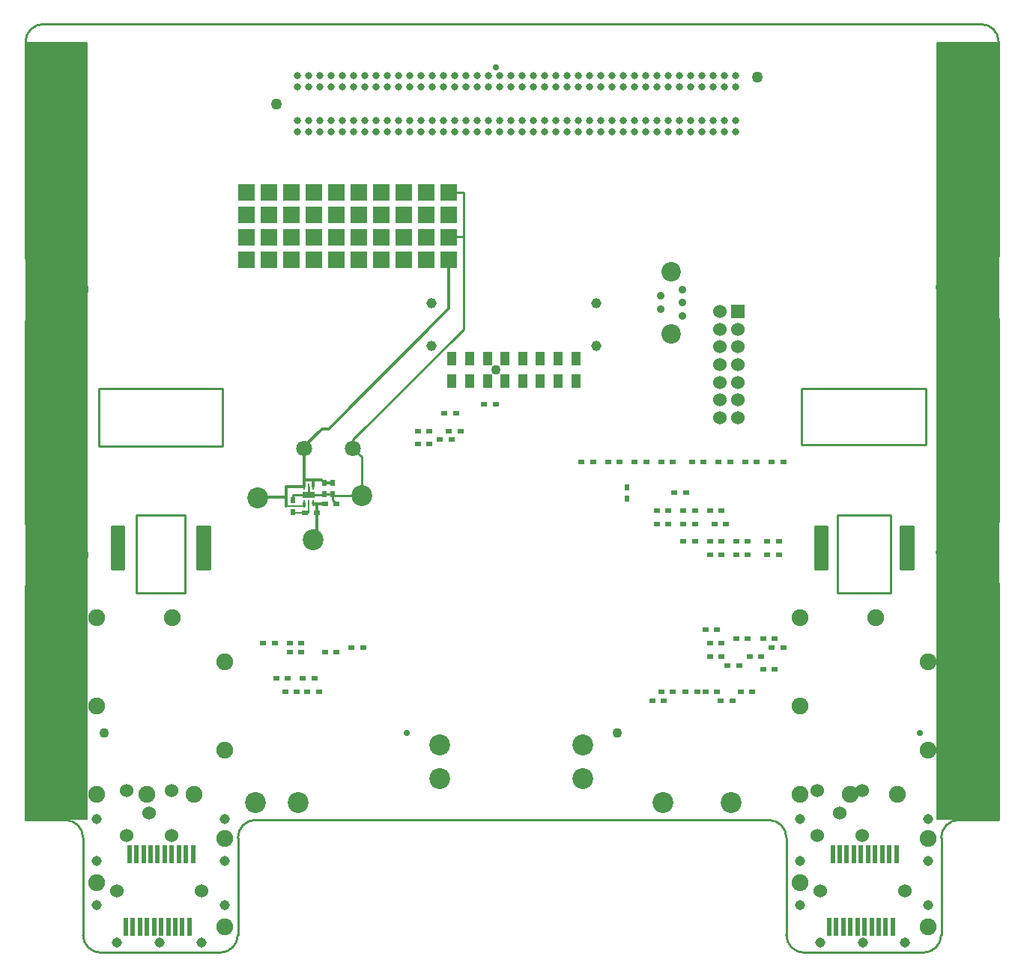
<source format=gbl>
*
*
G04 PADS 9.5 Build Number: 522968 generated Gerber (RS-274-X) file*
G04 PC Version=2.1*
*
%IN "fakeSCROD.pcb"*%
*
%MOIN*%
*
%FSLAX35Y35*%
*
*
*
*
G04 PC Standard Apertures*
*
*
G04 Thermal Relief Aperture macro.*
%AMTER*
1,1,$1,0,0*
1,0,$1-$2,0,0*
21,0,$3,$4,0,0,45*
21,0,$3,$4,0,0,135*
%
*
*
G04 Annular Aperture macro.*
%AMANN*
1,1,$1,0,0*
1,0,$2,0,0*
%
*
*
G04 Odd Aperture macro.*
%AMODD*
1,1,$1,0,0*
1,0,$1-0.005,0,0*
%
*
*
G04 PC Custom Aperture Macros*
*
*
*
*
*
*
G04 PC Aperture Table*
*
%ADD010C,0.001*%
%ADD011C,0.00787*%
%ADD012C,0.005*%
%ADD013C,0.01*%
%ADD015C,0.16*%
%ADD028C,0.06*%
%ADD030C,0.045*%
%ADD031C,0.075*%
%ADD042R,0.01969X0.07874*%
%ADD050C,0.04331*%
%ADD083R,0.06X0.06*%
%ADD084C,0.01575*%
%ADD109R,0.0315X0.01969*%
%ADD111R,0.01969X0.0315*%
%ADD155C,0.02756*%
%ADD160C,0.093*%
%ADD173C,0.04543*%
%ADD175C,0.03543*%
%ADD176C,0.08661*%
%ADD204C,0.013*%
%ADD260C,0.07087*%
%ADD262C,0.05*%
%ADD265R,0.00984X0.02953*%
%ADD266R,0.05787X0.02598*%
%ADD267R,0.075X0.075*%
%ADD288C,0.032*%
%ADD289R,0.03937X0.05906*%
%ADD294C,0.026*%
*
*
*
*
G04 PC Circuitry*
G04 Layer Name fakeSCROD.pcb - circuitry*
%LPD*%
*
*
G04 PC Custom Flashes*
G04 Layer Name fakeSCROD.pcb - flashes*
%LPD*%
*
*
G04 PC Circuitry*
G04 Layer Name fakeSCROD.pcb - circuitry*
%LPD*%
*
G54D10*
G54D11*
G01X216142Y239764D02*
X224016D01*
G54D12*
X227853Y224800D02*
X227953Y224900D01*
X219094Y237205D02*
X219488Y236811D01*
X224409*
X225984*
Y241043*
X505762Y100250D02*
X532821D01*
Y446207*
X505762*
Y100250*
X100250D02*
X127309D01*
Y446207*
X100250*
Y100250*
X505762Y445750D02*
X532821D01*
X505762Y445250D02*
X532821D01*
X505762Y444750D02*
X532821D01*
X505762Y444250D02*
X532821D01*
X505762Y443750D02*
X532821D01*
X505762Y443250D02*
X532821D01*
X505762Y442750D02*
X532821D01*
X505762Y442250D02*
X532821D01*
X505762Y441750D02*
X532821D01*
X505762Y441250D02*
X532821D01*
X505762Y440750D02*
X532821D01*
X505762Y440250D02*
X532821D01*
X505762Y439750D02*
X532821D01*
X505762Y439250D02*
X532821D01*
X505762Y438750D02*
X532821D01*
X505762Y438250D02*
X532821D01*
X505762Y437750D02*
X532821D01*
X505762Y437250D02*
X532821D01*
X505762Y436750D02*
X532821D01*
X505762Y436250D02*
X532821D01*
X505762Y435750D02*
X532821D01*
X505762Y435250D02*
X532821D01*
X505762Y434750D02*
X532821D01*
X505762Y434250D02*
X532821D01*
X505762Y433750D02*
X532821D01*
X505762Y433250D02*
X532821D01*
X505762Y432750D02*
X532821D01*
X505762Y432250D02*
X532821D01*
X505762Y431750D02*
X532821D01*
X505762Y431250D02*
X532821D01*
X505762Y430750D02*
X532821D01*
X505762Y430250D02*
X532821D01*
X505762Y429750D02*
X532821D01*
X505762Y429250D02*
X532821D01*
X505762Y428750D02*
X532821D01*
X505762Y428250D02*
X532821D01*
X505762Y427750D02*
X532821D01*
X505762Y427250D02*
X532821D01*
X505762Y426750D02*
X532821D01*
X505762Y426250D02*
X532821D01*
X505762Y425750D02*
X532821D01*
X505762Y425250D02*
X532821D01*
X505762Y424750D02*
X532821D01*
X505762Y424250D02*
X532821D01*
X505762Y423750D02*
X532821D01*
X505762Y423250D02*
X532821D01*
X505762Y422750D02*
X532821D01*
X505762Y422250D02*
X532821D01*
X505762Y421750D02*
X532821D01*
X505762Y421250D02*
X532821D01*
X505762Y420750D02*
X532821D01*
X505762Y420250D02*
X532821D01*
X505762Y419750D02*
X532821D01*
X505762Y419250D02*
X532821D01*
X505762Y418750D02*
X532821D01*
X505762Y418250D02*
X532821D01*
X505762Y417750D02*
X532821D01*
X505762Y417250D02*
X532821D01*
X505762Y416750D02*
X532821D01*
X505762Y416250D02*
X532821D01*
X505762Y415750D02*
X532821D01*
X505762Y415250D02*
X532821D01*
X505762Y414750D02*
X532821D01*
X505762Y414250D02*
X532821D01*
X505762Y413750D02*
X532821D01*
X505762Y413250D02*
X532821D01*
X505762Y412750D02*
X532821D01*
X505762Y412250D02*
X532821D01*
X505762Y411750D02*
X532821D01*
X505762Y411250D02*
X532821D01*
X505762Y410750D02*
X532821D01*
X505762Y410250D02*
X532821D01*
X505762Y409750D02*
X532821D01*
X505762Y409250D02*
X532821D01*
X505762Y408750D02*
X532821D01*
X505762Y408250D02*
X532821D01*
X505762Y407750D02*
X532821D01*
X505762Y407250D02*
X532821D01*
X505762Y406750D02*
X532821D01*
X505762Y406250D02*
X532821D01*
X505762Y405750D02*
X532821D01*
X505762Y405250D02*
X532821D01*
X505762Y404750D02*
X532821D01*
X505762Y404250D02*
X532821D01*
X505762Y403750D02*
X532821D01*
X505762Y403250D02*
X532821D01*
X505762Y402750D02*
X532821D01*
X505762Y402250D02*
X532821D01*
X505762Y401750D02*
X532821D01*
X505762Y401250D02*
X532821D01*
X505762Y400750D02*
X532821D01*
X505762Y400250D02*
X532821D01*
X505762Y399750D02*
X532821D01*
X505762Y399250D02*
X532821D01*
X505762Y398750D02*
X532821D01*
X505762Y398250D02*
X532821D01*
X505762Y397750D02*
X532821D01*
X505762Y397250D02*
X532821D01*
X505762Y396750D02*
X532821D01*
X505762Y396250D02*
X532821D01*
X505762Y395750D02*
X532821D01*
X505762Y395250D02*
X532821D01*
X505762Y394750D02*
X532821D01*
X505762Y394250D02*
X532821D01*
X505762Y393750D02*
X532821D01*
X505762Y393250D02*
X532821D01*
X505762Y392750D02*
X532821D01*
X505762Y392250D02*
X532821D01*
X505762Y391750D02*
X532821D01*
X505762Y391250D02*
X532821D01*
X505762Y390750D02*
X532821D01*
X505762Y390250D02*
X532821D01*
X505762Y389750D02*
X532821D01*
X505762Y389250D02*
X532821D01*
X505762Y388750D02*
X532821D01*
X505762Y388250D02*
X532821D01*
X505762Y387750D02*
X532821D01*
X505762Y387250D02*
X532821D01*
X505762Y386750D02*
X532821D01*
X505762Y386250D02*
X532821D01*
X505762Y385750D02*
X532821D01*
X505762Y385250D02*
X532821D01*
X505762Y384750D02*
X532821D01*
X505762Y384250D02*
X532821D01*
X505762Y383750D02*
X532821D01*
X505762Y383250D02*
X532821D01*
X505762Y382750D02*
X532821D01*
X505762Y382250D02*
X532821D01*
X505762Y381750D02*
X532821D01*
X505762Y381250D02*
X532821D01*
X505762Y380750D02*
X532821D01*
X505762Y380250D02*
X532821D01*
X505762Y379750D02*
X532821D01*
X505762Y379250D02*
X532821D01*
X505762Y378750D02*
X532821D01*
X505762Y378250D02*
X532821D01*
X505762Y377750D02*
X532821D01*
X505762Y377250D02*
X532821D01*
X505762Y376750D02*
X532821D01*
X505762Y376250D02*
X532821D01*
X505762Y375750D02*
X532821D01*
X505762Y375250D02*
X532821D01*
X505762Y374750D02*
X532821D01*
X505762Y374250D02*
X532821D01*
X505762Y373750D02*
X532821D01*
X505762Y373250D02*
X532821D01*
X505762Y372750D02*
X532821D01*
X505762Y372250D02*
X532821D01*
X505762Y371750D02*
X532821D01*
X505762Y371250D02*
X532821D01*
X505762Y370750D02*
X532821D01*
X505762Y370250D02*
X532821D01*
X505762Y369750D02*
X532821D01*
X505762Y369250D02*
X532821D01*
X505762Y368750D02*
X532821D01*
X505762Y368250D02*
X532821D01*
X505762Y367750D02*
X532821D01*
X505762Y367250D02*
X532821D01*
X505762Y366750D02*
X532821D01*
X505762Y366250D02*
X532821D01*
X505762Y365750D02*
X532821D01*
X505762Y365250D02*
X532821D01*
X505762Y364750D02*
X532821D01*
X505762Y364250D02*
X532821D01*
X505762Y363750D02*
X532821D01*
X505762Y363250D02*
X532821D01*
X505762Y362750D02*
X532821D01*
X505762Y362250D02*
X532821D01*
X505762Y361750D02*
X532821D01*
X505762Y361250D02*
X532821D01*
X505762Y360750D02*
X532821D01*
X505762Y360250D02*
X532821D01*
X505762Y359750D02*
X532821D01*
X505762Y359250D02*
X532821D01*
X505762Y358750D02*
X532821D01*
X505762Y358250D02*
X532821D01*
X505762Y357750D02*
X532821D01*
X505762Y357250D02*
X532821D01*
X505762Y356750D02*
X532821D01*
X505762Y356250D02*
X532821D01*
X505762Y355750D02*
X532821D01*
X505762Y355250D02*
X532821D01*
X505762Y354750D02*
X532821D01*
X505762Y354250D02*
X532821D01*
X505762Y353750D02*
X532821D01*
X505762Y353250D02*
X532821D01*
X505762Y352750D02*
X532821D01*
X505762Y352250D02*
X532821D01*
X505762Y351750D02*
X532821D01*
X505762Y351250D02*
X532821D01*
X505762Y350750D02*
X532821D01*
X505762Y350250D02*
X532821D01*
X505762Y349750D02*
X532821D01*
X505762Y349250D02*
X532821D01*
X505762Y348750D02*
X532821D01*
X505762Y348250D02*
X532821D01*
X505762Y347750D02*
X532821D01*
X505762Y347250D02*
X532821D01*
X505762Y346750D02*
X532821D01*
X505762Y346250D02*
X532821D01*
X505762Y345750D02*
X532821D01*
X505762Y345250D02*
X532821D01*
X505762Y344750D02*
X532821D01*
X505762Y344250D02*
X532821D01*
X505762Y343750D02*
X532821D01*
X505762Y343250D02*
X532821D01*
X505762Y342750D02*
X532821D01*
X505762Y342250D02*
X532821D01*
X505762Y341750D02*
X532821D01*
X505762Y341250D02*
X532821D01*
X505762Y340750D02*
X532821D01*
X505762Y340250D02*
X532821D01*
X505762Y339750D02*
X532821D01*
X505762Y339250D02*
X532821D01*
X505762Y338750D02*
X532821D01*
X505762Y338250D02*
X532821D01*
X505762Y337750D02*
X532821D01*
X505762Y337250D02*
X532821D01*
X505762Y336750D02*
X532821D01*
X505762Y336250D02*
X532821D01*
X505762Y335750D02*
X532821D01*
X505762Y335250D02*
X532821D01*
X505762Y334750D02*
X532821D01*
X505762Y334250D02*
X532821D01*
X505762Y333750D02*
X532821D01*
X505762Y333250D02*
X532821D01*
X505762Y332750D02*
X532821D01*
X505762Y332250D02*
X532821D01*
X505762Y331750D02*
X532821D01*
X505762Y331250D02*
X532821D01*
X505762Y330750D02*
X532821D01*
X505762Y330250D02*
X532821D01*
X505762Y329750D02*
X532821D01*
X505762Y329250D02*
X532821D01*
X505762Y328750D02*
X532821D01*
X505762Y328250D02*
X532821D01*
X505762Y327750D02*
X532821D01*
X505762Y327250D02*
X532821D01*
X505762Y326750D02*
X532821D01*
X505762Y326250D02*
X532821D01*
X505762Y325750D02*
X532821D01*
X505762Y325250D02*
X532821D01*
X505762Y324750D02*
X532821D01*
X505762Y324250D02*
X532821D01*
X505762Y323750D02*
X532821D01*
X505762Y323250D02*
X532821D01*
X505762Y322750D02*
X532821D01*
X505762Y322250D02*
X532821D01*
X505762Y321750D02*
X532821D01*
X505762Y321250D02*
X532821D01*
X505762Y320750D02*
X532821D01*
X505762Y320250D02*
X532821D01*
X505762Y319750D02*
X532821D01*
X505762Y319250D02*
X532821D01*
X505762Y318750D02*
X532821D01*
X505762Y318250D02*
X532821D01*
X505762Y317750D02*
X532821D01*
X505762Y317250D02*
X532821D01*
X505762Y316750D02*
X532821D01*
X505762Y316250D02*
X532821D01*
X505762Y315750D02*
X532821D01*
X505762Y315250D02*
X532821D01*
X505762Y314750D02*
X532821D01*
X505762Y314250D02*
X532821D01*
X505762Y313750D02*
X532821D01*
X505762Y313250D02*
X532821D01*
X505762Y312750D02*
X532821D01*
X505762Y312250D02*
X532821D01*
X505762Y311750D02*
X532821D01*
X505762Y311250D02*
X532821D01*
X505762Y310750D02*
X532821D01*
X505762Y310250D02*
X532821D01*
X505762Y309750D02*
X532821D01*
X505762Y309250D02*
X532821D01*
X505762Y308750D02*
X532821D01*
X505762Y308250D02*
X532821D01*
X505762Y307750D02*
X532821D01*
X505762Y307250D02*
X532821D01*
X505762Y306750D02*
X532821D01*
X505762Y306250D02*
X532821D01*
X505762Y305750D02*
X532821D01*
X505762Y305250D02*
X532821D01*
X505762Y304750D02*
X532821D01*
X505762Y304250D02*
X532821D01*
X505762Y303750D02*
X532821D01*
X505762Y303250D02*
X532821D01*
X505762Y302750D02*
X532821D01*
X505762Y302250D02*
X532821D01*
X505762Y301750D02*
X532821D01*
X505762Y301250D02*
X532821D01*
X505762Y300750D02*
X532821D01*
X505762Y300250D02*
X532821D01*
X505762Y299750D02*
X532821D01*
X505762Y299250D02*
X532821D01*
X505762Y298750D02*
X532821D01*
X505762Y298250D02*
X532821D01*
X505762Y297750D02*
X532821D01*
X505762Y297250D02*
X532821D01*
X505762Y296750D02*
X532821D01*
X505762Y296250D02*
X532821D01*
X505762Y295750D02*
X532821D01*
X505762Y295250D02*
X532821D01*
X505762Y294750D02*
X532821D01*
X505762Y294250D02*
X532821D01*
X505762Y293750D02*
X532821D01*
X505762Y293250D02*
X532821D01*
X505762Y292750D02*
X532821D01*
X505762Y292250D02*
X532821D01*
X505762Y291750D02*
X532821D01*
X505762Y291250D02*
X532821D01*
X505762Y290750D02*
X532821D01*
X505762Y290250D02*
X532821D01*
X505762Y289750D02*
X532821D01*
X505762Y289250D02*
X532821D01*
X505762Y288750D02*
X532821D01*
X505762Y288250D02*
X532821D01*
X505762Y287750D02*
X532821D01*
X505762Y287250D02*
X532821D01*
X505762Y286750D02*
X532821D01*
X505762Y286250D02*
X532821D01*
X505762Y285750D02*
X532821D01*
X505762Y285250D02*
X532821D01*
X505762Y284750D02*
X532821D01*
X505762Y284250D02*
X532821D01*
X505762Y283750D02*
X532821D01*
X505762Y283250D02*
X532821D01*
X505762Y282750D02*
X532821D01*
X505762Y282250D02*
X532821D01*
X505762Y281750D02*
X532821D01*
X505762Y281250D02*
X532821D01*
X505762Y280750D02*
X532821D01*
X505762Y280250D02*
X532821D01*
X505762Y279750D02*
X532821D01*
X505762Y279250D02*
X532821D01*
X505762Y278750D02*
X532821D01*
X505762Y278250D02*
X532821D01*
X505762Y277750D02*
X532821D01*
X505762Y277250D02*
X532821D01*
X505762Y276750D02*
X532821D01*
X505762Y276250D02*
X532821D01*
X505762Y275750D02*
X532821D01*
X505762Y275250D02*
X532821D01*
X505762Y274750D02*
X532821D01*
X505762Y274250D02*
X532821D01*
X505762Y273750D02*
X532821D01*
X505762Y273250D02*
X532821D01*
X505762Y272750D02*
X532821D01*
X505762Y272250D02*
X532821D01*
X505762Y271750D02*
X532821D01*
X505762Y271250D02*
X532821D01*
X505762Y270750D02*
X532821D01*
X505762Y270250D02*
X532821D01*
X505762Y269750D02*
X532821D01*
X505762Y269250D02*
X532821D01*
X505762Y268750D02*
X532821D01*
X505762Y268250D02*
X532821D01*
X505762Y267750D02*
X532821D01*
X505762Y267250D02*
X532821D01*
X505762Y266750D02*
X532821D01*
X505762Y266250D02*
X532821D01*
X505762Y265750D02*
X532821D01*
X505762Y265250D02*
X532821D01*
X505762Y264750D02*
X532821D01*
X505762Y264250D02*
X532821D01*
X505762Y263750D02*
X532821D01*
X505762Y263250D02*
X532821D01*
X505762Y262750D02*
X532821D01*
X505762Y262250D02*
X532821D01*
X505762Y261750D02*
X532821D01*
X505762Y261250D02*
X532821D01*
X505762Y260750D02*
X532821D01*
X505762Y260250D02*
X532821D01*
X505762Y259750D02*
X532821D01*
X505762Y259250D02*
X532821D01*
X505762Y258750D02*
X532821D01*
X505762Y258250D02*
X532821D01*
X505762Y257750D02*
X532821D01*
X505762Y257250D02*
X532821D01*
X505762Y256750D02*
X532821D01*
X505762Y256250D02*
X532821D01*
X505762Y255750D02*
X532821D01*
X505762Y255250D02*
X532821D01*
X505762Y254750D02*
X532821D01*
X505762Y254250D02*
X532821D01*
X505762Y253750D02*
X532821D01*
X505762Y253250D02*
X532821D01*
X505762Y252750D02*
X532821D01*
X505762Y252250D02*
X532821D01*
X505762Y251750D02*
X532821D01*
X505762Y251250D02*
X532821D01*
X505762Y250750D02*
X532821D01*
X505762Y250250D02*
X532821D01*
X505762Y249750D02*
X532821D01*
X505762Y249250D02*
X532821D01*
X505762Y248750D02*
X532821D01*
X505762Y248250D02*
X532821D01*
X505762Y247750D02*
X532821D01*
X505762Y247250D02*
X532821D01*
X505762Y246750D02*
X532821D01*
X505762Y246250D02*
X532821D01*
X505762Y245750D02*
X532821D01*
X505762Y245250D02*
X532821D01*
X505762Y244750D02*
X532821D01*
X505762Y244250D02*
X532821D01*
X505762Y243750D02*
X532821D01*
X505762Y243250D02*
X532821D01*
X505762Y242750D02*
X532821D01*
X505762Y242250D02*
X532821D01*
X505762Y241750D02*
X532821D01*
X505762Y241250D02*
X532821D01*
X505762Y240750D02*
X532821D01*
X505762Y240250D02*
X532821D01*
X505762Y239750D02*
X532821D01*
X505762Y239250D02*
X532821D01*
X505762Y238750D02*
X532821D01*
X505762Y238250D02*
X532821D01*
X505762Y237750D02*
X532821D01*
X505762Y237250D02*
X532821D01*
X505762Y236750D02*
X532821D01*
X505762Y236250D02*
X532821D01*
X505762Y235750D02*
X532821D01*
X505762Y235250D02*
X532821D01*
X505762Y234750D02*
X532821D01*
X505762Y234250D02*
X532821D01*
X505762Y233750D02*
X532821D01*
X505762Y233250D02*
X532821D01*
X505762Y232750D02*
X532821D01*
X505762Y232250D02*
X532821D01*
X505762Y231750D02*
X532821D01*
X505762Y231250D02*
X532821D01*
X505762Y230750D02*
X532821D01*
X505762Y230250D02*
X532821D01*
X505762Y229750D02*
X532821D01*
X505762Y229250D02*
X532821D01*
X505762Y228750D02*
X532821D01*
X505762Y228250D02*
X532821D01*
X505762Y227750D02*
X532821D01*
X505762Y227250D02*
X532821D01*
X505762Y226750D02*
X532821D01*
X505762Y226250D02*
X532821D01*
X505762Y225750D02*
X532821D01*
X505762Y225250D02*
X532821D01*
X505762Y224750D02*
X532821D01*
X505762Y224250D02*
X532821D01*
X505762Y223750D02*
X532821D01*
X505762Y223250D02*
X532821D01*
X505762Y222750D02*
X532821D01*
X505762Y222250D02*
X532821D01*
X505762Y221750D02*
X532821D01*
X505762Y221250D02*
X532821D01*
X505762Y220750D02*
X532821D01*
X505762Y220250D02*
X532821D01*
X505762Y219750D02*
X532821D01*
X505762Y219250D02*
X532821D01*
X505762Y218750D02*
X532821D01*
X505762Y218250D02*
X532821D01*
X505762Y217750D02*
X532821D01*
X505762Y217250D02*
X532821D01*
X505762Y216750D02*
X532821D01*
X505762Y216250D02*
X532821D01*
X505762Y215750D02*
X532821D01*
X505762Y215250D02*
X532821D01*
X505762Y214750D02*
X532821D01*
X505762Y214250D02*
X532821D01*
X505762Y213750D02*
X532821D01*
X505762Y213250D02*
X532821D01*
X505762Y212750D02*
X532821D01*
X505762Y212250D02*
X532821D01*
X505762Y211750D02*
X532821D01*
X505762Y211250D02*
X532821D01*
X505762Y210750D02*
X532821D01*
X505762Y210250D02*
X532821D01*
X505762Y209750D02*
X532821D01*
X505762Y209250D02*
X532821D01*
X505762Y208750D02*
X532821D01*
X505762Y208250D02*
X532821D01*
X505762Y207750D02*
X532821D01*
X505762Y207250D02*
X532821D01*
X505762Y206750D02*
X532821D01*
X505762Y206250D02*
X532821D01*
X505762Y205750D02*
X532821D01*
X505762Y205250D02*
X532821D01*
X505762Y204750D02*
X532821D01*
X505762Y204250D02*
X532821D01*
X505762Y203750D02*
X532821D01*
X505762Y203250D02*
X532821D01*
X505762Y202750D02*
X532821D01*
X505762Y202250D02*
X532821D01*
X505762Y201750D02*
X532821D01*
X505762Y201250D02*
X532821D01*
X505762Y200750D02*
X532821D01*
X505762Y200250D02*
X532821D01*
X505762Y199750D02*
X532821D01*
X505762Y199250D02*
X532821D01*
X505762Y198750D02*
X532821D01*
X505762Y198250D02*
X532821D01*
X505762Y197750D02*
X532821D01*
X505762Y197250D02*
X532821D01*
X505762Y196750D02*
X532821D01*
X505762Y196250D02*
X532821D01*
X505762Y195750D02*
X532821D01*
X505762Y195250D02*
X532821D01*
X505762Y194750D02*
X532821D01*
X505762Y194250D02*
X532821D01*
X505762Y193750D02*
X532821D01*
X505762Y193250D02*
X532821D01*
X505762Y192750D02*
X532821D01*
X505762Y192250D02*
X532821D01*
X505762Y191750D02*
X532821D01*
X505762Y191250D02*
X532821D01*
X505762Y190750D02*
X532821D01*
X505762Y190250D02*
X532821D01*
X505762Y189750D02*
X532821D01*
X505762Y189250D02*
X532821D01*
X505762Y188750D02*
X532821D01*
X505762Y188250D02*
X532821D01*
X505762Y187750D02*
X532821D01*
X505762Y187250D02*
X532821D01*
X505762Y186750D02*
X532821D01*
X505762Y186250D02*
X532821D01*
X505762Y185750D02*
X532821D01*
X505762Y185250D02*
X532821D01*
X505762Y184750D02*
X532821D01*
X505762Y184250D02*
X532821D01*
X505762Y183750D02*
X532821D01*
X505762Y183250D02*
X532821D01*
X505762Y182750D02*
X532821D01*
X505762Y182250D02*
X532821D01*
X505762Y181750D02*
X532821D01*
X505762Y181250D02*
X532821D01*
X505762Y180750D02*
X532821D01*
X505762Y180250D02*
X532821D01*
X505762Y179750D02*
X532821D01*
X505762Y179250D02*
X532821D01*
X505762Y178750D02*
X532821D01*
X505762Y178250D02*
X532821D01*
X505762Y177750D02*
X532821D01*
X505762Y177250D02*
X532821D01*
X505762Y176750D02*
X532821D01*
X505762Y176250D02*
X532821D01*
X505762Y175750D02*
X532821D01*
X505762Y175250D02*
X532821D01*
X505762Y174750D02*
X532821D01*
X505762Y174250D02*
X532821D01*
X505762Y173750D02*
X532821D01*
X505762Y173250D02*
X532821D01*
X505762Y172750D02*
X532821D01*
X505762Y172250D02*
X532821D01*
X505762Y171750D02*
X532821D01*
X505762Y171250D02*
X532821D01*
X505762Y170750D02*
X532821D01*
X505762Y170250D02*
X532821D01*
X505762Y169750D02*
X532821D01*
X505762Y169250D02*
X532821D01*
X505762Y168750D02*
X532821D01*
X505762Y168250D02*
X532821D01*
X505762Y167750D02*
X532821D01*
X505762Y167250D02*
X532821D01*
X505762Y166750D02*
X532821D01*
X505762Y166250D02*
X532821D01*
X505762Y165750D02*
X532821D01*
X505762Y165250D02*
X532821D01*
X505762Y164750D02*
X532821D01*
X505762Y164250D02*
X532821D01*
X505762Y163750D02*
X532821D01*
X505762Y163250D02*
X532821D01*
X505762Y162750D02*
X532821D01*
X505762Y162250D02*
X532821D01*
X505762Y161750D02*
X532821D01*
X505762Y161250D02*
X532821D01*
X505762Y160750D02*
X532821D01*
X505762Y160250D02*
X532821D01*
X505762Y159750D02*
X532821D01*
X505762Y159250D02*
X532821D01*
X505762Y158750D02*
X532821D01*
X505762Y158250D02*
X532821D01*
X505762Y157750D02*
X532821D01*
X505762Y157250D02*
X532821D01*
X505762Y156750D02*
X532821D01*
X505762Y156250D02*
X532821D01*
X505762Y155750D02*
X532821D01*
X505762Y155250D02*
X532821D01*
X505762Y154750D02*
X532821D01*
X505762Y154250D02*
X532821D01*
X505762Y153750D02*
X532821D01*
X505762Y153250D02*
X532821D01*
X505762Y152750D02*
X532821D01*
X505762Y152250D02*
X532821D01*
X505762Y151750D02*
X532821D01*
X505762Y151250D02*
X532821D01*
X505762Y150750D02*
X532821D01*
X505762Y150250D02*
X532821D01*
X505762Y149750D02*
X532821D01*
X505762Y149250D02*
X532821D01*
X505762Y148750D02*
X532821D01*
X505762Y148250D02*
X532821D01*
X505762Y147750D02*
X532821D01*
X505762Y147250D02*
X532821D01*
X505762Y146750D02*
X532821D01*
X505762Y146250D02*
X532821D01*
X505762Y145750D02*
X532821D01*
X505762Y145250D02*
X532821D01*
X505762Y144750D02*
X532821D01*
X505762Y144250D02*
X532821D01*
X505762Y143750D02*
X532821D01*
X505762Y143250D02*
X532821D01*
X505762Y142750D02*
X532821D01*
X505762Y142250D02*
X532821D01*
X505762Y141750D02*
X532821D01*
X505762Y141250D02*
X532821D01*
X505762Y140750D02*
X532821D01*
X505762Y140250D02*
X532821D01*
X505762Y139750D02*
X532821D01*
X505762Y139250D02*
X532821D01*
X505762Y138750D02*
X532821D01*
X505762Y138250D02*
X532821D01*
X505762Y137750D02*
X532821D01*
X505762Y137250D02*
X532821D01*
X505762Y136750D02*
X532821D01*
X505762Y136250D02*
X532821D01*
X505762Y135750D02*
X532821D01*
X505762Y135250D02*
X532821D01*
X505762Y134750D02*
X532821D01*
X505762Y134250D02*
X532821D01*
X505762Y133750D02*
X532821D01*
X505762Y133250D02*
X532821D01*
X505762Y132750D02*
X532821D01*
X505762Y132250D02*
X532821D01*
X505762Y131750D02*
X532821D01*
X505762Y131250D02*
X532821D01*
X505762Y130750D02*
X532821D01*
X505762Y130250D02*
X532821D01*
X505762Y129750D02*
X532821D01*
X505762Y129250D02*
X532821D01*
X505762Y128750D02*
X532821D01*
X505762Y128250D02*
X532821D01*
X505762Y127750D02*
X532821D01*
X505762Y127250D02*
X532821D01*
X505762Y126750D02*
X532821D01*
X505762Y126250D02*
X532821D01*
X505762Y125750D02*
X532821D01*
X505762Y125250D02*
X532821D01*
X505762Y124750D02*
X532821D01*
X505762Y124250D02*
X532821D01*
X505762Y123750D02*
X532821D01*
X505762Y123250D02*
X532821D01*
X505762Y122750D02*
X532821D01*
X505762Y122250D02*
X532821D01*
X505762Y121750D02*
X532821D01*
X505762Y121250D02*
X532821D01*
X505762Y120750D02*
X532821D01*
X505762Y120250D02*
X532821D01*
X505762Y119750D02*
X532821D01*
X505762Y119250D02*
X532821D01*
X505762Y118750D02*
X532821D01*
X505762Y118250D02*
X532821D01*
X505762Y117750D02*
X532821D01*
X505762Y117250D02*
X532821D01*
X505762Y116750D02*
X532821D01*
X505762Y116250D02*
X532821D01*
X505762Y115750D02*
X532821D01*
X505762Y115250D02*
X532821D01*
X505762Y114750D02*
X532821D01*
X505762Y114250D02*
X532821D01*
X505762Y113750D02*
X532821D01*
X505762Y113250D02*
X532821D01*
X505762Y112750D02*
X532821D01*
X505762Y112250D02*
X532821D01*
X505762Y111750D02*
X532821D01*
X505762Y111250D02*
X532821D01*
X505762Y110750D02*
X532821D01*
X505762Y110250D02*
X532821D01*
X505762Y109750D02*
X532821D01*
X505762Y109250D02*
X532821D01*
X505762Y108750D02*
X532821D01*
X505762Y108250D02*
X532821D01*
X505762Y107750D02*
X532821D01*
X505762Y107250D02*
X532821D01*
X505762Y106750D02*
X532821D01*
X505762Y106250D02*
X532821D01*
X505762Y105750D02*
X532821D01*
X505762Y105250D02*
X532821D01*
X505762Y104750D02*
X532821D01*
X505762Y104250D02*
X532821D01*
X505762Y103750D02*
X532821D01*
X505762Y103250D02*
X532821D01*
X505762Y102750D02*
X532821D01*
X505762Y102250D02*
X532821D01*
X505762Y101750D02*
X532821D01*
X505762Y101250D02*
X532821D01*
X505762Y100750D02*
X532821D01*
X505762Y100250D02*
Y446207D01*
X506262Y100250D02*
Y446207D01*
X506762Y100250D02*
Y446207D01*
X507262Y100250D02*
Y446207D01*
X507762Y100250D02*
Y446207D01*
X508262Y100250D02*
Y446207D01*
X508762Y100250D02*
Y446207D01*
X509262Y100250D02*
Y446207D01*
X509762Y100250D02*
Y446207D01*
X510262Y100250D02*
Y446207D01*
X510762Y100250D02*
Y446207D01*
X511262Y100250D02*
Y446207D01*
X511762Y100250D02*
Y446207D01*
X512262Y100250D02*
Y446207D01*
X512762Y100250D02*
Y446207D01*
X513262Y100250D02*
Y446207D01*
X513762Y100250D02*
Y446207D01*
X514262Y100250D02*
Y446207D01*
X514762Y100250D02*
Y446207D01*
X515262Y100250D02*
Y446207D01*
X515762Y100250D02*
Y446207D01*
X516262Y100250D02*
Y446207D01*
X516762Y100250D02*
Y446207D01*
X517262Y100250D02*
Y446207D01*
X517762Y100250D02*
Y446207D01*
X518262Y100250D02*
Y446207D01*
X518762Y100250D02*
Y446207D01*
X519262Y100250D02*
Y446207D01*
X519762Y100250D02*
Y446207D01*
X520262Y100250D02*
Y446207D01*
X520762Y100250D02*
Y446207D01*
X521262Y100250D02*
Y446207D01*
X521762Y100250D02*
Y446207D01*
X522262Y100250D02*
Y446207D01*
X522762Y100250D02*
Y446207D01*
X523262Y100250D02*
Y446207D01*
X523762Y100250D02*
Y446207D01*
X524262Y100250D02*
Y446207D01*
X524762Y100250D02*
Y446207D01*
X525262Y100250D02*
Y446207D01*
X525762Y100250D02*
Y446207D01*
X526262Y100250D02*
Y446207D01*
X526762Y100250D02*
Y446207D01*
X527262Y100250D02*
Y446207D01*
X527762Y100250D02*
Y446207D01*
X528262Y100250D02*
Y446207D01*
X528762Y100250D02*
Y446207D01*
X529262Y100250D02*
Y446207D01*
X529762Y100250D02*
Y446207D01*
X530262Y100250D02*
Y446207D01*
X530762Y100250D02*
Y446207D01*
X531262Y100250D02*
Y446207D01*
X531762Y100250D02*
Y446207D01*
X532262Y100250D02*
Y446207D01*
X532762Y100250D02*
Y446207D01*
X100250Y445750D02*
X127309D01*
X100250Y445250D02*
X127309D01*
X100250Y444750D02*
X127309D01*
X100250Y444250D02*
X127309D01*
X100250Y443750D02*
X127309D01*
X100250Y443250D02*
X127309D01*
X100250Y442750D02*
X127309D01*
X100250Y442250D02*
X127309D01*
X100250Y441750D02*
X127309D01*
X100250Y441250D02*
X127309D01*
X100250Y440750D02*
X127309D01*
X100250Y440250D02*
X127309D01*
X100250Y439750D02*
X127309D01*
X100250Y439250D02*
X127309D01*
X100250Y438750D02*
X127309D01*
X100250Y438250D02*
X127309D01*
X100250Y437750D02*
X127309D01*
X100250Y437250D02*
X127309D01*
X100250Y436750D02*
X127309D01*
X100250Y436250D02*
X127309D01*
X100250Y435750D02*
X127309D01*
X100250Y435250D02*
X127309D01*
X100250Y434750D02*
X127309D01*
X100250Y434250D02*
X127309D01*
X100250Y433750D02*
X127309D01*
X100250Y433250D02*
X127309D01*
X100250Y432750D02*
X127309D01*
X100250Y432250D02*
X127309D01*
X100250Y431750D02*
X127309D01*
X100250Y431250D02*
X127309D01*
X100250Y430750D02*
X127309D01*
X100250Y430250D02*
X127309D01*
X100250Y429750D02*
X127309D01*
X100250Y429250D02*
X127309D01*
X100250Y428750D02*
X127309D01*
X100250Y428250D02*
X127309D01*
X100250Y427750D02*
X127309D01*
X100250Y427250D02*
X127309D01*
X100250Y426750D02*
X127309D01*
X100250Y426250D02*
X127309D01*
X100250Y425750D02*
X127309D01*
X100250Y425250D02*
X127309D01*
X100250Y424750D02*
X127309D01*
X100250Y424250D02*
X127309D01*
X100250Y423750D02*
X127309D01*
X100250Y423250D02*
X127309D01*
X100250Y422750D02*
X127309D01*
X100250Y422250D02*
X127309D01*
X100250Y421750D02*
X127309D01*
X100250Y421250D02*
X127309D01*
X100250Y420750D02*
X127309D01*
X100250Y420250D02*
X127309D01*
X100250Y419750D02*
X127309D01*
X100250Y419250D02*
X127309D01*
X100250Y418750D02*
X127309D01*
X100250Y418250D02*
X127309D01*
X100250Y417750D02*
X127309D01*
X100250Y417250D02*
X127309D01*
X100250Y416750D02*
X127309D01*
X100250Y416250D02*
X127309D01*
X100250Y415750D02*
X127309D01*
X100250Y415250D02*
X127309D01*
X100250Y414750D02*
X127309D01*
X100250Y414250D02*
X127309D01*
X100250Y413750D02*
X127309D01*
X100250Y413250D02*
X127309D01*
X100250Y412750D02*
X127309D01*
X100250Y412250D02*
X127309D01*
X100250Y411750D02*
X127309D01*
X100250Y411250D02*
X127309D01*
X100250Y410750D02*
X127309D01*
X100250Y410250D02*
X127309D01*
X100250Y409750D02*
X127309D01*
X100250Y409250D02*
X127309D01*
X100250Y408750D02*
X127309D01*
X100250Y408250D02*
X127309D01*
X100250Y407750D02*
X127309D01*
X100250Y407250D02*
X127309D01*
X100250Y406750D02*
X127309D01*
X100250Y406250D02*
X127309D01*
X100250Y405750D02*
X127309D01*
X100250Y405250D02*
X127309D01*
X100250Y404750D02*
X127309D01*
X100250Y404250D02*
X127309D01*
X100250Y403750D02*
X127309D01*
X100250Y403250D02*
X127309D01*
X100250Y402750D02*
X127309D01*
X100250Y402250D02*
X127309D01*
X100250Y401750D02*
X127309D01*
X100250Y401250D02*
X127309D01*
X100250Y400750D02*
X127309D01*
X100250Y400250D02*
X127309D01*
X100250Y399750D02*
X127309D01*
X100250Y399250D02*
X127309D01*
X100250Y398750D02*
X127309D01*
X100250Y398250D02*
X127309D01*
X100250Y397750D02*
X127309D01*
X100250Y397250D02*
X127309D01*
X100250Y396750D02*
X127309D01*
X100250Y396250D02*
X127309D01*
X100250Y395750D02*
X127309D01*
X100250Y395250D02*
X127309D01*
X100250Y394750D02*
X127309D01*
X100250Y394250D02*
X127309D01*
X100250Y393750D02*
X127309D01*
X100250Y393250D02*
X127309D01*
X100250Y392750D02*
X127309D01*
X100250Y392250D02*
X127309D01*
X100250Y391750D02*
X127309D01*
X100250Y391250D02*
X127309D01*
X100250Y390750D02*
X127309D01*
X100250Y390250D02*
X127309D01*
X100250Y389750D02*
X127309D01*
X100250Y389250D02*
X127309D01*
X100250Y388750D02*
X127309D01*
X100250Y388250D02*
X127309D01*
X100250Y387750D02*
X127309D01*
X100250Y387250D02*
X127309D01*
X100250Y386750D02*
X127309D01*
X100250Y386250D02*
X127309D01*
X100250Y385750D02*
X127309D01*
X100250Y385250D02*
X127309D01*
X100250Y384750D02*
X127309D01*
X100250Y384250D02*
X127309D01*
X100250Y383750D02*
X127309D01*
X100250Y383250D02*
X127309D01*
X100250Y382750D02*
X127309D01*
X100250Y382250D02*
X127309D01*
X100250Y381750D02*
X127309D01*
X100250Y381250D02*
X127309D01*
X100250Y380750D02*
X127309D01*
X100250Y380250D02*
X127309D01*
X100250Y379750D02*
X127309D01*
X100250Y379250D02*
X127309D01*
X100250Y378750D02*
X127309D01*
X100250Y378250D02*
X127309D01*
X100250Y377750D02*
X127309D01*
X100250Y377250D02*
X127309D01*
X100250Y376750D02*
X127309D01*
X100250Y376250D02*
X127309D01*
X100250Y375750D02*
X127309D01*
X100250Y375250D02*
X127309D01*
X100250Y374750D02*
X127309D01*
X100250Y374250D02*
X127309D01*
X100250Y373750D02*
X127309D01*
X100250Y373250D02*
X127309D01*
X100250Y372750D02*
X127309D01*
X100250Y372250D02*
X127309D01*
X100250Y371750D02*
X127309D01*
X100250Y371250D02*
X127309D01*
X100250Y370750D02*
X127309D01*
X100250Y370250D02*
X127309D01*
X100250Y369750D02*
X127309D01*
X100250Y369250D02*
X127309D01*
X100250Y368750D02*
X127309D01*
X100250Y368250D02*
X127309D01*
X100250Y367750D02*
X127309D01*
X100250Y367250D02*
X127309D01*
X100250Y366750D02*
X127309D01*
X100250Y366250D02*
X127309D01*
X100250Y365750D02*
X127309D01*
X100250Y365250D02*
X127309D01*
X100250Y364750D02*
X127309D01*
X100250Y364250D02*
X127309D01*
X100250Y363750D02*
X127309D01*
X100250Y363250D02*
X127309D01*
X100250Y362750D02*
X127309D01*
X100250Y362250D02*
X127309D01*
X100250Y361750D02*
X127309D01*
X100250Y361250D02*
X127309D01*
X100250Y360750D02*
X127309D01*
X100250Y360250D02*
X127309D01*
X100250Y359750D02*
X127309D01*
X100250Y359250D02*
X127309D01*
X100250Y358750D02*
X127309D01*
X100250Y358250D02*
X127309D01*
X100250Y357750D02*
X127309D01*
X100250Y357250D02*
X127309D01*
X100250Y356750D02*
X127309D01*
X100250Y356250D02*
X127309D01*
X100250Y355750D02*
X127309D01*
X100250Y355250D02*
X127309D01*
X100250Y354750D02*
X127309D01*
X100250Y354250D02*
X127309D01*
X100250Y353750D02*
X127309D01*
X100250Y353250D02*
X127309D01*
X100250Y352750D02*
X127309D01*
X100250Y352250D02*
X127309D01*
X100250Y351750D02*
X127309D01*
X100250Y351250D02*
X127309D01*
X100250Y350750D02*
X127309D01*
X100250Y350250D02*
X127309D01*
X100250Y349750D02*
X127309D01*
X100250Y349250D02*
X127309D01*
X100250Y348750D02*
X127309D01*
X100250Y348250D02*
X127309D01*
X100250Y347750D02*
X127309D01*
X100250Y347250D02*
X127309D01*
X100250Y346750D02*
X127309D01*
X100250Y346250D02*
X127309D01*
X100250Y345750D02*
X127309D01*
X100250Y345250D02*
X127309D01*
X100250Y344750D02*
X127309D01*
X100250Y344250D02*
X127309D01*
X100250Y343750D02*
X127309D01*
X100250Y343250D02*
X127309D01*
X100250Y342750D02*
X127309D01*
X100250Y342250D02*
X127309D01*
X100250Y341750D02*
X127309D01*
X100250Y341250D02*
X127309D01*
X100250Y340750D02*
X127309D01*
X100250Y340250D02*
X127309D01*
X100250Y339750D02*
X127309D01*
X100250Y339250D02*
X127309D01*
X100250Y338750D02*
X127309D01*
X100250Y338250D02*
X127309D01*
X100250Y337750D02*
X127309D01*
X100250Y337250D02*
X127309D01*
X100250Y336750D02*
X127309D01*
X100250Y336250D02*
X127309D01*
X100250Y335750D02*
X127309D01*
X100250Y335250D02*
X127309D01*
X100250Y334750D02*
X127309D01*
X100250Y334250D02*
X127309D01*
X100250Y333750D02*
X127309D01*
X100250Y333250D02*
X127309D01*
X100250Y332750D02*
X127309D01*
X100250Y332250D02*
X127309D01*
X100250Y331750D02*
X127309D01*
X100250Y331250D02*
X127309D01*
X100250Y330750D02*
X127309D01*
X100250Y330250D02*
X127309D01*
X100250Y329750D02*
X127309D01*
X100250Y329250D02*
X127309D01*
X100250Y328750D02*
X127309D01*
X100250Y328250D02*
X127309D01*
X100250Y327750D02*
X127309D01*
X100250Y327250D02*
X127309D01*
X100250Y326750D02*
X127309D01*
X100250Y326250D02*
X127309D01*
X100250Y325750D02*
X127309D01*
X100250Y325250D02*
X127309D01*
X100250Y324750D02*
X127309D01*
X100250Y324250D02*
X127309D01*
X100250Y323750D02*
X127309D01*
X100250Y323250D02*
X127309D01*
X100250Y322750D02*
X127309D01*
X100250Y322250D02*
X127309D01*
X100250Y321750D02*
X127309D01*
X100250Y321250D02*
X127309D01*
X100250Y320750D02*
X127309D01*
X100250Y320250D02*
X127309D01*
X100250Y319750D02*
X127309D01*
X100250Y319250D02*
X127309D01*
X100250Y318750D02*
X127309D01*
X100250Y318250D02*
X127309D01*
X100250Y317750D02*
X127309D01*
X100250Y317250D02*
X127309D01*
X100250Y316750D02*
X127309D01*
X100250Y316250D02*
X127309D01*
X100250Y315750D02*
X127309D01*
X100250Y315250D02*
X127309D01*
X100250Y314750D02*
X127309D01*
X100250Y314250D02*
X127309D01*
X100250Y313750D02*
X127309D01*
X100250Y313250D02*
X127309D01*
X100250Y312750D02*
X127309D01*
X100250Y312250D02*
X127309D01*
X100250Y311750D02*
X127309D01*
X100250Y311250D02*
X127309D01*
X100250Y310750D02*
X127309D01*
X100250Y310250D02*
X127309D01*
X100250Y309750D02*
X127309D01*
X100250Y309250D02*
X127309D01*
X100250Y308750D02*
X127309D01*
X100250Y308250D02*
X127309D01*
X100250Y307750D02*
X127309D01*
X100250Y307250D02*
X127309D01*
X100250Y306750D02*
X127309D01*
X100250Y306250D02*
X127309D01*
X100250Y305750D02*
X127309D01*
X100250Y305250D02*
X127309D01*
X100250Y304750D02*
X127309D01*
X100250Y304250D02*
X127309D01*
X100250Y303750D02*
X127309D01*
X100250Y303250D02*
X127309D01*
X100250Y302750D02*
X127309D01*
X100250Y302250D02*
X127309D01*
X100250Y301750D02*
X127309D01*
X100250Y301250D02*
X127309D01*
X100250Y300750D02*
X127309D01*
X100250Y300250D02*
X127309D01*
X100250Y299750D02*
X127309D01*
X100250Y299250D02*
X127309D01*
X100250Y298750D02*
X127309D01*
X100250Y298250D02*
X127309D01*
X100250Y297750D02*
X127309D01*
X100250Y297250D02*
X127309D01*
X100250Y296750D02*
X127309D01*
X100250Y296250D02*
X127309D01*
X100250Y295750D02*
X127309D01*
X100250Y295250D02*
X127309D01*
X100250Y294750D02*
X127309D01*
X100250Y294250D02*
X127309D01*
X100250Y293750D02*
X127309D01*
X100250Y293250D02*
X127309D01*
X100250Y292750D02*
X127309D01*
X100250Y292250D02*
X127309D01*
X100250Y291750D02*
X127309D01*
X100250Y291250D02*
X127309D01*
X100250Y290750D02*
X127309D01*
X100250Y290250D02*
X127309D01*
X100250Y289750D02*
X127309D01*
X100250Y289250D02*
X127309D01*
X100250Y288750D02*
X127309D01*
X100250Y288250D02*
X127309D01*
X100250Y287750D02*
X127309D01*
X100250Y287250D02*
X127309D01*
X100250Y286750D02*
X127309D01*
X100250Y286250D02*
X127309D01*
X100250Y285750D02*
X127309D01*
X100250Y285250D02*
X127309D01*
X100250Y284750D02*
X127309D01*
X100250Y284250D02*
X127309D01*
X100250Y283750D02*
X127309D01*
X100250Y283250D02*
X127309D01*
X100250Y282750D02*
X127309D01*
X100250Y282250D02*
X127309D01*
X100250Y281750D02*
X127309D01*
X100250Y281250D02*
X127309D01*
X100250Y280750D02*
X127309D01*
X100250Y280250D02*
X127309D01*
X100250Y279750D02*
X127309D01*
X100250Y279250D02*
X127309D01*
X100250Y278750D02*
X127309D01*
X100250Y278250D02*
X127309D01*
X100250Y277750D02*
X127309D01*
X100250Y277250D02*
X127309D01*
X100250Y276750D02*
X127309D01*
X100250Y276250D02*
X127309D01*
X100250Y275750D02*
X127309D01*
X100250Y275250D02*
X127309D01*
X100250Y274750D02*
X127309D01*
X100250Y274250D02*
X127309D01*
X100250Y273750D02*
X127309D01*
X100250Y273250D02*
X127309D01*
X100250Y272750D02*
X127309D01*
X100250Y272250D02*
X127309D01*
X100250Y271750D02*
X127309D01*
X100250Y271250D02*
X127309D01*
X100250Y270750D02*
X127309D01*
X100250Y270250D02*
X127309D01*
X100250Y269750D02*
X127309D01*
X100250Y269250D02*
X127309D01*
X100250Y268750D02*
X127309D01*
X100250Y268250D02*
X127309D01*
X100250Y267750D02*
X127309D01*
X100250Y267250D02*
X127309D01*
X100250Y266750D02*
X127309D01*
X100250Y266250D02*
X127309D01*
X100250Y265750D02*
X127309D01*
X100250Y265250D02*
X127309D01*
X100250Y264750D02*
X127309D01*
X100250Y264250D02*
X127309D01*
X100250Y263750D02*
X127309D01*
X100250Y263250D02*
X127309D01*
X100250Y262750D02*
X127309D01*
X100250Y262250D02*
X127309D01*
X100250Y261750D02*
X127309D01*
X100250Y261250D02*
X127309D01*
X100250Y260750D02*
X127309D01*
X100250Y260250D02*
X127309D01*
X100250Y259750D02*
X127309D01*
X100250Y259250D02*
X127309D01*
X100250Y258750D02*
X127309D01*
X100250Y258250D02*
X127309D01*
X100250Y257750D02*
X127309D01*
X100250Y257250D02*
X127309D01*
X100250Y256750D02*
X127309D01*
X100250Y256250D02*
X127309D01*
X100250Y255750D02*
X127309D01*
X100250Y255250D02*
X127309D01*
X100250Y254750D02*
X127309D01*
X100250Y254250D02*
X127309D01*
X100250Y253750D02*
X127309D01*
X100250Y253250D02*
X127309D01*
X100250Y252750D02*
X127309D01*
X100250Y252250D02*
X127309D01*
X100250Y251750D02*
X127309D01*
X100250Y251250D02*
X127309D01*
X100250Y250750D02*
X127309D01*
X100250Y250250D02*
X127309D01*
X100250Y249750D02*
X127309D01*
X100250Y249250D02*
X127309D01*
X100250Y248750D02*
X127309D01*
X100250Y248250D02*
X127309D01*
X100250Y247750D02*
X127309D01*
X100250Y247250D02*
X127309D01*
X100250Y246750D02*
X127309D01*
X100250Y246250D02*
X127309D01*
X100250Y245750D02*
X127309D01*
X100250Y245250D02*
X127309D01*
X100250Y244750D02*
X127309D01*
X100250Y244250D02*
X127309D01*
X100250Y243750D02*
X127309D01*
X100250Y243250D02*
X127309D01*
X100250Y242750D02*
X127309D01*
X100250Y242250D02*
X127309D01*
X100250Y241750D02*
X127309D01*
X100250Y241250D02*
X127309D01*
X100250Y240750D02*
X127309D01*
X100250Y240250D02*
X127309D01*
X100250Y239750D02*
X127309D01*
X100250Y239250D02*
X127309D01*
X100250Y238750D02*
X127309D01*
X100250Y238250D02*
X127309D01*
X100250Y237750D02*
X127309D01*
X100250Y237250D02*
X127309D01*
X100250Y236750D02*
X127309D01*
X100250Y236250D02*
X127309D01*
X100250Y235750D02*
X127309D01*
X100250Y235250D02*
X127309D01*
X100250Y234750D02*
X127309D01*
X100250Y234250D02*
X127309D01*
X100250Y233750D02*
X127309D01*
X100250Y233250D02*
X127309D01*
X100250Y232750D02*
X127309D01*
X100250Y232250D02*
X127309D01*
X100250Y231750D02*
X127309D01*
X100250Y231250D02*
X127309D01*
X100250Y230750D02*
X127309D01*
X100250Y230250D02*
X127309D01*
X100250Y229750D02*
X127309D01*
X100250Y229250D02*
X127309D01*
X100250Y228750D02*
X127309D01*
X100250Y228250D02*
X127309D01*
X100250Y227750D02*
X127309D01*
X100250Y227250D02*
X127309D01*
X100250Y226750D02*
X127309D01*
X100250Y226250D02*
X127309D01*
X100250Y225750D02*
X127309D01*
X100250Y225250D02*
X127309D01*
X100250Y224750D02*
X127309D01*
X100250Y224250D02*
X127309D01*
X100250Y223750D02*
X127309D01*
X100250Y223250D02*
X127309D01*
X100250Y222750D02*
X127309D01*
X100250Y222250D02*
X127309D01*
X100250Y221750D02*
X127309D01*
X100250Y221250D02*
X127309D01*
X100250Y220750D02*
X127309D01*
X100250Y220250D02*
X127309D01*
X100250Y219750D02*
X127309D01*
X100250Y219250D02*
X127309D01*
X100250Y218750D02*
X127309D01*
X100250Y218250D02*
X127309D01*
X100250Y217750D02*
X127309D01*
X100250Y217250D02*
X127309D01*
X100250Y216750D02*
X127309D01*
X100250Y216250D02*
X127309D01*
X100250Y215750D02*
X127309D01*
X100250Y215250D02*
X127309D01*
X100250Y214750D02*
X127309D01*
X100250Y214250D02*
X127309D01*
X100250Y213750D02*
X127309D01*
X100250Y213250D02*
X127309D01*
X100250Y212750D02*
X127309D01*
X100250Y212250D02*
X127309D01*
X100250Y211750D02*
X127309D01*
X100250Y211250D02*
X127309D01*
X100250Y210750D02*
X127309D01*
X100250Y210250D02*
X127309D01*
X100250Y209750D02*
X127309D01*
X100250Y209250D02*
X127309D01*
X100250Y208750D02*
X127309D01*
X100250Y208250D02*
X127309D01*
X100250Y207750D02*
X127309D01*
X100250Y207250D02*
X127309D01*
X100250Y206750D02*
X127309D01*
X100250Y206250D02*
X127309D01*
X100250Y205750D02*
X127309D01*
X100250Y205250D02*
X127309D01*
X100250Y204750D02*
X127309D01*
X100250Y204250D02*
X127309D01*
X100250Y203750D02*
X127309D01*
X100250Y203250D02*
X127309D01*
X100250Y202750D02*
X127309D01*
X100250Y202250D02*
X127309D01*
X100250Y201750D02*
X127309D01*
X100250Y201250D02*
X127309D01*
X100250Y200750D02*
X127309D01*
X100250Y200250D02*
X127309D01*
X100250Y199750D02*
X127309D01*
X100250Y199250D02*
X127309D01*
X100250Y198750D02*
X127309D01*
X100250Y198250D02*
X127309D01*
X100250Y197750D02*
X127309D01*
X100250Y197250D02*
X127309D01*
X100250Y196750D02*
X127309D01*
X100250Y196250D02*
X127309D01*
X100250Y195750D02*
X127309D01*
X100250Y195250D02*
X127309D01*
X100250Y194750D02*
X127309D01*
X100250Y194250D02*
X127309D01*
X100250Y193750D02*
X127309D01*
X100250Y193250D02*
X127309D01*
X100250Y192750D02*
X127309D01*
X100250Y192250D02*
X127309D01*
X100250Y191750D02*
X127309D01*
X100250Y191250D02*
X127309D01*
X100250Y190750D02*
X127309D01*
X100250Y190250D02*
X127309D01*
X100250Y189750D02*
X127309D01*
X100250Y189250D02*
X127309D01*
X100250Y188750D02*
X127309D01*
X100250Y188250D02*
X127309D01*
X100250Y187750D02*
X127309D01*
X100250Y187250D02*
X127309D01*
X100250Y186750D02*
X127309D01*
X100250Y186250D02*
X127309D01*
X100250Y185750D02*
X127309D01*
X100250Y185250D02*
X127309D01*
X100250Y184750D02*
X127309D01*
X100250Y184250D02*
X127309D01*
X100250Y183750D02*
X127309D01*
X100250Y183250D02*
X127309D01*
X100250Y182750D02*
X127309D01*
X100250Y182250D02*
X127309D01*
X100250Y181750D02*
X127309D01*
X100250Y181250D02*
X127309D01*
X100250Y180750D02*
X127309D01*
X100250Y180250D02*
X127309D01*
X100250Y179750D02*
X127309D01*
X100250Y179250D02*
X127309D01*
X100250Y178750D02*
X127309D01*
X100250Y178250D02*
X127309D01*
X100250Y177750D02*
X127309D01*
X100250Y177250D02*
X127309D01*
X100250Y176750D02*
X127309D01*
X100250Y176250D02*
X127309D01*
X100250Y175750D02*
X127309D01*
X100250Y175250D02*
X127309D01*
X100250Y174750D02*
X127309D01*
X100250Y174250D02*
X127309D01*
X100250Y173750D02*
X127309D01*
X100250Y173250D02*
X127309D01*
X100250Y172750D02*
X127309D01*
X100250Y172250D02*
X127309D01*
X100250Y171750D02*
X127309D01*
X100250Y171250D02*
X127309D01*
X100250Y170750D02*
X127309D01*
X100250Y170250D02*
X127309D01*
X100250Y169750D02*
X127309D01*
X100250Y169250D02*
X127309D01*
X100250Y168750D02*
X127309D01*
X100250Y168250D02*
X127309D01*
X100250Y167750D02*
X127309D01*
X100250Y167250D02*
X127309D01*
X100250Y166750D02*
X127309D01*
X100250Y166250D02*
X127309D01*
X100250Y165750D02*
X127309D01*
X100250Y165250D02*
X127309D01*
X100250Y164750D02*
X127309D01*
X100250Y164250D02*
X127309D01*
X100250Y163750D02*
X127309D01*
X100250Y163250D02*
X127309D01*
X100250Y162750D02*
X127309D01*
X100250Y162250D02*
X127309D01*
X100250Y161750D02*
X127309D01*
X100250Y161250D02*
X127309D01*
X100250Y160750D02*
X127309D01*
X100250Y160250D02*
X127309D01*
X100250Y159750D02*
X127309D01*
X100250Y159250D02*
X127309D01*
X100250Y158750D02*
X127309D01*
X100250Y158250D02*
X127309D01*
X100250Y157750D02*
X127309D01*
X100250Y157250D02*
X127309D01*
X100250Y156750D02*
X127309D01*
X100250Y156250D02*
X127309D01*
X100250Y155750D02*
X127309D01*
X100250Y155250D02*
X127309D01*
X100250Y154750D02*
X127309D01*
X100250Y154250D02*
X127309D01*
X100250Y153750D02*
X127309D01*
X100250Y153250D02*
X127309D01*
X100250Y152750D02*
X127309D01*
X100250Y152250D02*
X127309D01*
X100250Y151750D02*
X127309D01*
X100250Y151250D02*
X127309D01*
X100250Y150750D02*
X127309D01*
X100250Y150250D02*
X127309D01*
X100250Y149750D02*
X127309D01*
X100250Y149250D02*
X127309D01*
X100250Y148750D02*
X127309D01*
X100250Y148250D02*
X127309D01*
X100250Y147750D02*
X127309D01*
X100250Y147250D02*
X127309D01*
X100250Y146750D02*
X127309D01*
X100250Y146250D02*
X127309D01*
X100250Y145750D02*
X127309D01*
X100250Y145250D02*
X127309D01*
X100250Y144750D02*
X127309D01*
X100250Y144250D02*
X127309D01*
X100250Y143750D02*
X127309D01*
X100250Y143250D02*
X127309D01*
X100250Y142750D02*
X127309D01*
X100250Y142250D02*
X127309D01*
X100250Y141750D02*
X127309D01*
X100250Y141250D02*
X127309D01*
X100250Y140750D02*
X127309D01*
X100250Y140250D02*
X127309D01*
X100250Y139750D02*
X127309D01*
X100250Y139250D02*
X127309D01*
X100250Y138750D02*
X127309D01*
X100250Y138250D02*
X127309D01*
X100250Y137750D02*
X127309D01*
X100250Y137250D02*
X127309D01*
X100250Y136750D02*
X127309D01*
X100250Y136250D02*
X127309D01*
X100250Y135750D02*
X127309D01*
X100250Y135250D02*
X127309D01*
X100250Y134750D02*
X127309D01*
X100250Y134250D02*
X127309D01*
X100250Y133750D02*
X127309D01*
X100250Y133250D02*
X127309D01*
X100250Y132750D02*
X127309D01*
X100250Y132250D02*
X127309D01*
X100250Y131750D02*
X127309D01*
X100250Y131250D02*
X127309D01*
X100250Y130750D02*
X127309D01*
X100250Y130250D02*
X127309D01*
X100250Y129750D02*
X127309D01*
X100250Y129250D02*
X127309D01*
X100250Y128750D02*
X127309D01*
X100250Y128250D02*
X127309D01*
X100250Y127750D02*
X127309D01*
X100250Y127250D02*
X127309D01*
X100250Y126750D02*
X127309D01*
X100250Y126250D02*
X127309D01*
X100250Y125750D02*
X127309D01*
X100250Y125250D02*
X127309D01*
X100250Y124750D02*
X127309D01*
X100250Y124250D02*
X127309D01*
X100250Y123750D02*
X127309D01*
X100250Y123250D02*
X127309D01*
X100250Y122750D02*
X127309D01*
X100250Y122250D02*
X127309D01*
X100250Y121750D02*
X127309D01*
X100250Y121250D02*
X127309D01*
X100250Y120750D02*
X127309D01*
X100250Y120250D02*
X127309D01*
X100250Y119750D02*
X127309D01*
X100250Y119250D02*
X127309D01*
X100250Y118750D02*
X127309D01*
X100250Y118250D02*
X127309D01*
X100250Y117750D02*
X127309D01*
X100250Y117250D02*
X127309D01*
X100250Y116750D02*
X127309D01*
X100250Y116250D02*
X127309D01*
X100250Y115750D02*
X127309D01*
X100250Y115250D02*
X127309D01*
X100250Y114750D02*
X127309D01*
X100250Y114250D02*
X127309D01*
X100250Y113750D02*
X127309D01*
X100250Y113250D02*
X127309D01*
X100250Y112750D02*
X127309D01*
X100250Y112250D02*
X127309D01*
X100250Y111750D02*
X127309D01*
X100250Y111250D02*
X127309D01*
X100250Y110750D02*
X127309D01*
X100250Y110250D02*
X127309D01*
X100250Y109750D02*
X127309D01*
X100250Y109250D02*
X127309D01*
X100250Y108750D02*
X127309D01*
X100250Y108250D02*
X127309D01*
X100250Y107750D02*
X127309D01*
X100250Y107250D02*
X127309D01*
X100250Y106750D02*
X127309D01*
X100250Y106250D02*
X127309D01*
X100250Y105750D02*
X127309D01*
X100250Y105250D02*
X127309D01*
X100250Y104750D02*
X127309D01*
X100250Y104250D02*
X127309D01*
X100250Y103750D02*
X127309D01*
X100250Y103250D02*
X127309D01*
X100250Y102750D02*
X127309D01*
X100250Y102250D02*
X127309D01*
X100250Y101750D02*
X127309D01*
X100250Y101250D02*
X127309D01*
X100250Y100750D02*
X127309D01*
X100250Y100250D02*
Y446207D01*
X100750Y100250D02*
Y446207D01*
X101250Y100250D02*
Y446207D01*
X101750Y100250D02*
Y446207D01*
X102250Y100250D02*
Y446207D01*
X102750Y100250D02*
Y446207D01*
X103250Y100250D02*
Y446207D01*
X103750Y100250D02*
Y446207D01*
X104250Y100250D02*
Y446207D01*
X104750Y100250D02*
Y446207D01*
X105250Y100250D02*
Y446207D01*
X105750Y100250D02*
Y446207D01*
X106250Y100250D02*
Y446207D01*
X106750Y100250D02*
Y446207D01*
X107250Y100250D02*
Y446207D01*
X107750Y100250D02*
Y446207D01*
X108250Y100250D02*
Y446207D01*
X108750Y100250D02*
Y446207D01*
X109250Y100250D02*
Y446207D01*
X109750Y100250D02*
Y446207D01*
X110250Y100250D02*
Y446207D01*
X110750Y100250D02*
Y446207D01*
X111250Y100250D02*
Y446207D01*
X111750Y100250D02*
Y446207D01*
X112250Y100250D02*
Y446207D01*
X112750Y100250D02*
Y446207D01*
X113250Y100250D02*
Y446207D01*
X113750Y100250D02*
Y446207D01*
X114250Y100250D02*
Y446207D01*
X114750Y100250D02*
Y446207D01*
X115250Y100250D02*
Y446207D01*
X115750Y100250D02*
Y446207D01*
X116250Y100250D02*
Y446207D01*
X116750Y100250D02*
Y446207D01*
X117250Y100250D02*
Y446207D01*
X117750Y100250D02*
Y446207D01*
X118250Y100250D02*
Y446207D01*
X118750Y100250D02*
Y446207D01*
X119250Y100250D02*
Y446207D01*
X119750Y100250D02*
Y446207D01*
X120250Y100250D02*
Y446207D01*
X120750Y100250D02*
Y446207D01*
X121250Y100250D02*
Y446207D01*
X121750Y100250D02*
Y446207D01*
X122250Y100250D02*
Y446207D01*
X122750Y100250D02*
Y446207D01*
X123250Y100250D02*
Y446207D01*
X123750Y100250D02*
Y446207D01*
X124250Y100250D02*
Y446207D01*
X124750Y100250D02*
Y446207D01*
X125250Y100250D02*
Y446207D01*
X125750Y100250D02*
Y446207D01*
X126250Y100250D02*
Y446207D01*
X126750Y100250D02*
Y446207D01*
X127250Y100250D02*
Y446207D01*
G54D13*
X219094Y242323D02*
Y244685D01*
X225984*
X232480*
X232874Y245079*
X236811Y244485D02*
Y242323D01*
X238386Y240748*
X249506Y244485D02*
X236811D01*
Y245079*
X232874D02*
X236811D01*
X225984Y248327D02*
Y244685D01*
X249506Y253643D02*
Y244485D01*
X245669Y265354D02*
X249506Y261864D01*
Y244485*
X245669Y265354D02*
Y269291D01*
X294882Y318504*
Y359843*
X288425Y359528D02*
X288976Y359843D01*
X294882*
X288425Y379528D02*
X294882D01*
Y359843*
X100000Y100000D02*
X117717D01*
X125591Y92126D02*
G75*
G03X117717Y100000I-7874J-0D01*
G01X125591Y92126D02*
Y48819D01*
G03X133465Y40945I7874J-0*
G01X186614*
G03X194488Y48819I0J7874*
G01Y92126*
X202362Y100000D02*
G03X194488Y92126I0J-7874D01*
G01X202362Y100000D02*
X430709D01*
X438583Y92126D02*
G03X430709Y100000I-7874J-0D01*
G01X438583Y92126D02*
Y48819D01*
G03X446457Y40945I7874J-0*
G01X499606*
G03X507480Y48819I0J7874*
G01Y92126*
X515354Y100000D02*
G03X507480Y92126I0J-7874D01*
G01X515354Y100000D02*
X533071D01*
Y205315*
X519291*
Y232874D02*
G03Y205315I0J-13780D01*
G01Y232874D02*
X533071D01*
Y323425*
X519291*
Y350984D02*
G03Y323425I0J-13779D01*
G01Y350984D02*
X533071D01*
Y446457*
G03X525197Y454331I-7874J-0*
G01X107874*
G03X100000Y446457I0J-7874*
G01Y350000*
X113780*
Y322441D02*
G03Y350000I-0J13779D01*
G01Y322441D02*
X100000D01*
Y231890*
X113780*
Y204331D02*
G03Y231890I-0J13779D01*
G01Y204331D02*
X100000D01*
Y100000*
X149213Y235827D02*
X170866D01*
Y201181*
X149213*
Y235827*
X461220D02*
X484843D01*
Y201181*
X461220*
Y235827*
X132480Y291929D02*
X187598D01*
Y266339*
X132480*
Y291929*
X445472Y266929D02*
X500591D01*
Y291929*
X445472*
Y266929*
G54D15*
X113780Y159055D03*
X519291Y277165D03*
Y159055D03*
Y395276D03*
X113780D03*
Y277165D03*
G54D28*
X462205Y102953D03*
X452205Y112953D03*
Y92953D03*
X472205D03*
Y112953D03*
X178465Y68504D03*
X140669D03*
X491457D03*
X453661D03*
X409055Y326378D03*
X416929Y318504D03*
X409055D03*
X416929Y310630D03*
X409055D03*
X416929Y302756D03*
X409055D03*
X416929Y294882D03*
X409055D03*
X416929Y287008D03*
X409055D03*
X416929Y279134D03*
X409055D03*
X155118Y102953D03*
X145118Y112953D03*
Y92953D03*
X165118D03*
Y112953D03*
G54D30*
X159567Y45472D03*
X178465D03*
X140669D03*
X131496Y62205D03*
Y81890D03*
Y100394D03*
X188583Y62205D03*
Y81890D03*
Y100394D03*
X472559Y45472D03*
X491457D03*
X453661D03*
X444488Y62205D03*
Y81890D03*
Y100394D03*
X501575Y62205D03*
Y81890D03*
Y100394D03*
G54D31*
X131496Y72047D03*
Y111417D03*
X153858D03*
X175118Y111418D03*
X188583Y52362D03*
Y91732D03*
X131496Y150787D03*
Y190157D03*
X188583Y131102D03*
Y170472D03*
X165276Y190157D03*
X444488Y72047D03*
Y111417D03*
X466850D03*
X488110Y111418D03*
X501575Y52362D03*
Y91732D03*
X444488Y150787D03*
Y190157D03*
X501575Y131102D03*
Y170472D03*
X478268Y190157D03*
G54D42*
X146181Y84646D03*
X149331D03*
X152480D03*
X155630D03*
X158780D03*
X161929D03*
X165079D03*
X168228D03*
X171378D03*
X174528D03*
X172953Y52362D03*
X169803D03*
X166654D03*
X163504D03*
X160354D03*
X157205D03*
X154055D03*
X150906D03*
X147756D03*
X144606D03*
X459173Y84646D03*
X462323D03*
X465472D03*
X468622D03*
X471772D03*
X474921D03*
X478071D03*
X481220D03*
X484370D03*
X487520D03*
X485945Y52362D03*
X482795D03*
X479646D03*
X476496D03*
X473346D03*
X470197D03*
X467047D03*
X463898D03*
X460748D03*
X457598D03*
G54D50*
X135039Y138583D03*
X363386D03*
X309449Y300394D03*
G54D83*
X416929Y326378D03*
G54D84*
X138583Y230315D02*
X143307D01*
Y212205*
X138583*
Y230315*
Y213386D02*
X143307D01*
X138583Y214961D02*
X143307D01*
X138583Y216535D02*
X143307D01*
X138583Y218110D02*
X143307D01*
X138583Y219685D02*
X143307D01*
X138583Y221260D02*
X143307D01*
X138583Y222835D02*
X143307D01*
X138583Y224409D02*
X143307D01*
X138583Y225984D02*
X143307D01*
X138583Y227559D02*
X143307D01*
X138583Y229134D02*
X143307D01*
X139370Y212205D02*
Y230315D01*
X140945Y212205D02*
Y230315D01*
X142520Y212205D02*
Y230315D01*
X176772D02*
X181496D01*
Y212205*
X176772*
Y230315*
Y213386D02*
X181496D01*
X176772Y214961D02*
X181496D01*
X176772Y216535D02*
X181496D01*
X176772Y218110D02*
X181496D01*
X176772Y219685D02*
X181496D01*
X176772Y221260D02*
X181496D01*
X176772Y222835D02*
X181496D01*
X176772Y224409D02*
X181496D01*
X176772Y225984D02*
X181496D01*
X176772Y227559D02*
X181496D01*
X176772Y229134D02*
X181496D01*
X177165Y212205D02*
Y230315D01*
X178740Y212205D02*
Y230315D01*
X180315Y212205D02*
Y230315D01*
X451575D02*
X456299D01*
Y212205*
X451575*
Y230315*
Y213386D02*
X456299D01*
X451575Y214961D02*
X456299D01*
X451575Y216535D02*
X456299D01*
X451575Y218110D02*
X456299D01*
X451575Y219685D02*
X456299D01*
X451575Y221260D02*
X456299D01*
X451575Y222835D02*
X456299D01*
X451575Y224409D02*
X456299D01*
X451575Y225984D02*
X456299D01*
X451575Y227559D02*
X456299D01*
X451575Y229134D02*
X456299D01*
X452756Y212205D02*
Y230315D01*
X454331Y212205D02*
Y230315D01*
X455906Y212205D02*
Y230315D01*
X489764D02*
X494488D01*
Y212205*
X489764*
Y230315*
Y213386D02*
X494488D01*
X489764Y214961D02*
X494488D01*
X489764Y216535D02*
X494488D01*
X489764Y218110D02*
X494488D01*
X489764Y219685D02*
X494488D01*
X489764Y221260D02*
X494488D01*
X489764Y222835D02*
X494488D01*
X489764Y224409D02*
X494488D01*
X489764Y225984D02*
X494488D01*
X489764Y227559D02*
X494488D01*
X489764Y229134D02*
X494488D01*
X490551Y212205D02*
Y230315D01*
X492126Y212205D02*
Y230315D01*
X493701Y212205D02*
Y230315D01*
G54D109*
X398819Y157087D03*
X393701D03*
X414567Y153150D03*
X409449D03*
X407677Y157087D03*
X402559D03*
X387992D03*
X382874D03*
X384055Y153150D03*
X378937D03*
X423425Y157087D03*
X418307D03*
X216732Y162992D03*
X211614D03*
X228543D03*
X223425D03*
X220669Y157087D03*
X215551D03*
X230512D03*
X225394D03*
X210827Y178740D03*
X205709D03*
X238386Y174803D03*
X233268D03*
X222638D03*
X217520D03*
X222638Y178740D03*
X217520D03*
X250197Y176772D03*
X245079D03*
X309252Y285039D03*
X304134D03*
X279724Y267323D03*
X274606D03*
X293504Y273228D03*
X288386D03*
X289567Y269291D03*
X284449D03*
X409646Y237795D03*
X404528D03*
X437205Y176772D03*
X432087D03*
X421457Y180709D03*
X416339D03*
X417520Y168898D03*
X412402D03*
X393898Y245669D03*
X388780D03*
X437205Y259449D03*
X432087D03*
X425394D03*
X420276D03*
X413583D03*
X408465D03*
X401772D03*
X396654D03*
X387992D03*
X382874D03*
X376181D03*
X371063D03*
X364370D03*
X359252D03*
X352559D03*
X347441D03*
X435236Y224016D03*
X430118D03*
X435236Y218110D03*
X430118D03*
X421457Y224016D03*
X416339D03*
X421457Y218110D03*
X416339D03*
X409646Y224016D03*
X404528D03*
X409646Y218110D03*
X404528D03*
X397835Y224016D03*
X392717D03*
X411614Y231890D03*
X406496D03*
X386024D03*
X380906D03*
X386024Y237795D03*
X380906D03*
X397835Y231890D03*
X392717D03*
X397835Y237795D03*
X392717D03*
X433268Y180709D03*
X428150D03*
X427362Y172835D03*
X422244D03*
X433268Y166929D03*
X428150D03*
X279724Y273228D03*
X274606D03*
X291535Y281102D03*
X286417D03*
X233268Y240748D03*
X238386D03*
X409646Y172835D03*
X404528D03*
X409646Y178740D03*
X404528D03*
X407677Y184646D03*
X402559D03*
X229528Y236811D03*
X224409D03*
G54D111*
X232874Y250197D03*
Y245079D03*
X236811Y250197D03*
Y245079D03*
X219094Y237205D03*
Y242323D03*
X367717Y243110D03*
Y248228D03*
G54D155*
X269685Y138583D03*
X498031D03*
X309449Y435039D03*
G54D160*
X284155Y133265D03*
X348131Y118501D03*
X284155D03*
X203246Y243501D03*
X227853Y224800D03*
X202462Y107674D03*
X221163D03*
X348131Y133265D03*
X414076Y107674D03*
X383565D03*
X249506Y244485D03*
G54D173*
X354134Y311220D03*
Y330118D03*
X280512Y311220D03*
Y330118D03*
G54D175*
X392323Y324409D03*
X382480Y327362D03*
X392323Y330315D03*
X382480Y333268D03*
X392323Y336220D03*
G54D176*
X387402Y316535D03*
Y344094D03*
G54D204*
X227953Y224900D02*
X229774Y226722D01*
X229528Y236811D02*
Y226969D01*
X229774Y226722*
X203246Y243501D02*
X203446Y243701D01*
X216142*
Y248327*
X224016*
X216142Y243701D02*
Y239764D01*
X224016D02*
Y241043D01*
X233268Y240748D02*
X229528D01*
Y236811*
X227953Y241043D02*
X228248Y240748D01*
X229528*
X227953Y251575D02*
X224016D01*
Y265114*
Y248327D02*
Y251575D01*
X227953Y248327D02*
Y251575D01*
X231496*
X232874Y250197*
X236811*
X224016Y265354D02*
Y265114D01*
Y266339*
X231890Y274213*
X234843*
X288425Y327795*
Y349528*
G54D260*
X224016Y265354D03*
X245669D03*
G54D262*
X211504Y418898D03*
X425504Y430898D03*
G54D265*
X224016Y248327D03*
X225984D03*
X227953D03*
Y241043D03*
X225984D03*
X224016D03*
G54D266*
X225984Y244685D03*
G54D267*
X198425Y379528D03*
X208425D03*
X218425D03*
X228425D03*
X238425D03*
X248425D03*
X258425D03*
X268425D03*
X278425D03*
X288425D03*
X198425Y369528D03*
X208425D03*
X218425D03*
X228425D03*
X238425D03*
X248425D03*
X258425D03*
X268425D03*
X278425D03*
X288425D03*
X198425Y359528D03*
X208425D03*
X218425D03*
X228425D03*
X238425D03*
X248425D03*
X258425D03*
X268425D03*
X278425D03*
X288425D03*
X198425Y349528D03*
X208425D03*
X218425D03*
X228425D03*
X238425D03*
X248425D03*
X258425D03*
X268425D03*
X278425D03*
X288425D03*
G54D288*
X416004Y431398D03*
X411004D03*
X406004D03*
X401004D03*
X396004D03*
X391004D03*
X386004D03*
X381004D03*
X376004D03*
X371004D03*
X366004D03*
X361004D03*
X356004D03*
X351004D03*
X346004D03*
X341004D03*
X336004D03*
X331004D03*
X326004D03*
X321004D03*
X316004D03*
X311004D03*
X306004D03*
X301004D03*
X296004D03*
X291004D03*
X286004D03*
X281004D03*
X276004D03*
X271004D03*
X266004D03*
X261004D03*
X256004D03*
X251004D03*
X246004D03*
X241004D03*
X236004D03*
X231004D03*
X226004D03*
X221004D03*
X416004Y426398D03*
X411004D03*
X406004D03*
X401004D03*
X396004D03*
X391004D03*
X386004D03*
X381004D03*
X376004D03*
X371004D03*
X366004D03*
X361004D03*
X356004D03*
X351004D03*
X346004D03*
X341004D03*
X336004D03*
X331004D03*
X326004D03*
X321004D03*
X316004D03*
X311004D03*
X306004D03*
X301004D03*
X296004D03*
X291004D03*
X286004D03*
X281004D03*
X276004D03*
X271004D03*
X266004D03*
X261004D03*
X256004D03*
X251004D03*
X246004D03*
X241004D03*
X236004D03*
X231004D03*
X226004D03*
X221004D03*
X416004Y411398D03*
X411004D03*
X406004D03*
X401004D03*
X396004D03*
X391004D03*
X386004D03*
X381004D03*
X376004D03*
X371004D03*
X366004D03*
X361004D03*
X356004D03*
X351004D03*
X346004D03*
X341004D03*
X336004D03*
X331004D03*
X326004D03*
X321004D03*
X316004D03*
X311004D03*
X306004D03*
X301004D03*
X296004D03*
X291004D03*
X286004D03*
X281004D03*
X276004D03*
X271004D03*
X266004D03*
X261004D03*
X256004D03*
X251004D03*
X246004D03*
X241004D03*
X236004D03*
X231004D03*
X226004D03*
X221004D03*
X416004Y406398D03*
X411004D03*
X406004D03*
X401004D03*
X396004D03*
X391004D03*
X386004D03*
X381004D03*
X376004D03*
X371004D03*
X366004D03*
X361004D03*
X356004D03*
X351004D03*
X346004D03*
X341004D03*
X336004D03*
X331004D03*
X326004D03*
X321004D03*
X316004D03*
X311004D03*
X306004D03*
X301004D03*
X296004D03*
X291004D03*
X286004D03*
X281004D03*
X276004D03*
X271004D03*
X266004D03*
X261004D03*
X256004D03*
X251004D03*
X246004D03*
X241004D03*
X236004D03*
X231004D03*
X226004D03*
X221004D03*
G54D289*
X344882Y295472D03*
Y305315D03*
X337008Y295472D03*
Y305315D03*
X329134Y295472D03*
Y305315D03*
X321260Y295472D03*
Y305315D03*
X313386Y295472D03*
Y305315D03*
X305512Y295472D03*
Y305315D03*
X297638Y295472D03*
Y305315D03*
X289764Y295472D03*
Y305315D03*
G54D294*
X108564Y104388D03*
X106476Y106476D03*
Y102300D03*
X104388Y104388D03*
X102300Y106476D03*
Y102300D03*
X119003Y106476D03*
Y102300D03*
X116915Y104388D03*
X114827Y106476D03*
Y102300D03*
X112740Y104388D03*
X110652Y106476D03*
Y102300D03*
X125267Y104388D03*
X123179Y106476D03*
Y102300D03*
X121091Y104388D03*
X509500Y108164D03*
Y103988D03*
X507412Y106076D03*
Y101900D03*
X517851Y108164D03*
Y103988D03*
X515763Y106076D03*
X513676Y108164D03*
Y103988D03*
X511588Y106076D03*
Y101900D03*
X528291Y106076D03*
X526203Y108164D03*
Y103988D03*
X524115Y106076D03*
X522027Y108164D03*
Y103988D03*
X519939Y106076D03*
X530379Y108164D03*
Y103988D03*
X108564Y116915D03*
Y112740D03*
Y108564D03*
X106476Y114827D03*
Y110652D03*
X104388Y116915D03*
Y112740D03*
Y108564D03*
X102300Y114827D03*
Y110652D03*
X119003Y114827D03*
Y110652D03*
X116915Y116915D03*
Y112740D03*
Y108564D03*
X114827Y114827D03*
Y110652D03*
X112740Y116915D03*
Y112740D03*
Y108564D03*
X110652Y114827D03*
Y110652D03*
X125267Y116915D03*
Y112740D03*
Y108564D03*
X123179Y114827D03*
Y110652D03*
X121091Y116915D03*
Y112740D03*
Y108564D03*
X509500Y116515D03*
Y112340D03*
X507412Y114427D03*
Y110252D03*
X517851Y116515D03*
Y112340D03*
X515763Y114427D03*
Y110252D03*
X513676Y116515D03*
Y112340D03*
X511588Y114427D03*
Y110252D03*
X528291Y114427D03*
Y110252D03*
X526203Y116515D03*
Y112340D03*
X524115Y114427D03*
Y110252D03*
X522027Y116515D03*
Y112340D03*
X519939Y114427D03*
Y110252D03*
X530379Y116515D03*
Y112340D03*
X108564Y125267D03*
Y121091D03*
X106476Y127355D03*
Y123179D03*
Y119003D03*
X104388Y125267D03*
Y121091D03*
X102300Y127355D03*
Y123179D03*
Y119003D03*
X119003Y127355D03*
Y123179D03*
Y119003D03*
X116915Y125267D03*
Y121091D03*
X114827Y127355D03*
Y123179D03*
Y119003D03*
X112740Y125267D03*
Y121091D03*
X110652Y127355D03*
Y123179D03*
Y119003D03*
X125267Y125267D03*
Y121091D03*
X123179Y127355D03*
Y123179D03*
Y119003D03*
X121091Y125267D03*
Y121091D03*
X509500Y124867D03*
Y120691D03*
X507412Y126955D03*
Y122779D03*
Y118603D03*
X517851Y124867D03*
Y120691D03*
X515763Y126955D03*
Y122779D03*
Y118603D03*
X513676Y124867D03*
Y120691D03*
X511588Y126955D03*
Y122779D03*
Y118603D03*
X528291Y126955D03*
Y122779D03*
Y118603D03*
X526203Y124867D03*
Y120691D03*
X524115Y126955D03*
Y122779D03*
Y118603D03*
X522027Y124867D03*
Y120691D03*
X519939Y126955D03*
Y122779D03*
Y118603D03*
X530379Y124867D03*
Y120691D03*
X108564Y137795D03*
Y133619D03*
Y129443D03*
X106476Y135707D03*
Y131531D03*
X104388Y137795D03*
Y133619D03*
Y129443D03*
X102300Y135707D03*
Y131531D03*
X119003Y135707D03*
Y131531D03*
X116915Y137795D03*
Y133619D03*
Y129443D03*
X114827Y135707D03*
Y131531D03*
X112740Y137795D03*
Y133619D03*
Y129443D03*
X110652Y135707D03*
Y131531D03*
X125267Y137795D03*
Y133619D03*
Y129443D03*
X123179Y135707D03*
Y131531D03*
X121091Y137795D03*
Y133619D03*
Y129443D03*
X509500Y137395D03*
Y133219D03*
Y129043D03*
X507412Y135307D03*
Y131131D03*
X517851Y137395D03*
Y133219D03*
Y129043D03*
X515763Y135307D03*
Y131131D03*
X513676Y137395D03*
Y133219D03*
Y129043D03*
X511588Y135307D03*
Y131131D03*
X528291Y135307D03*
Y131131D03*
X526203Y137395D03*
Y133219D03*
Y129043D03*
X524115Y135307D03*
Y131131D03*
X522027Y137395D03*
Y133219D03*
Y129043D03*
X519939Y135307D03*
Y131131D03*
X530379Y137395D03*
Y133219D03*
Y129043D03*
X108564Y146146D03*
Y141970D03*
X106476Y148234D03*
Y144058D03*
Y139882D03*
X104388Y146146D03*
Y141970D03*
X102300Y148234D03*
Y144058D03*
Y139882D03*
X119003Y148234D03*
Y144058D03*
Y139882D03*
X116915Y146146D03*
Y141970D03*
X114827Y148234D03*
Y144058D03*
Y139882D03*
X112740Y146146D03*
Y141970D03*
X110652Y148234D03*
Y144058D03*
Y139882D03*
X125267Y146146D03*
Y141970D03*
X123179Y148234D03*
Y144058D03*
Y139882D03*
X121091Y146146D03*
Y141970D03*
X509500Y145746D03*
Y141570D03*
X507412Y147834D03*
Y143658D03*
Y139482D03*
X517851Y145746D03*
Y141570D03*
X515763Y147834D03*
Y143658D03*
Y139482D03*
X513676Y145746D03*
Y141570D03*
X511588Y147834D03*
Y143658D03*
Y139482D03*
X528291Y147834D03*
Y143658D03*
Y139482D03*
X526203Y145746D03*
Y141570D03*
X524115Y147834D03*
Y143658D03*
Y139482D03*
X522027Y145746D03*
Y141570D03*
X519939Y147834D03*
Y143658D03*
Y139482D03*
X530379Y145746D03*
Y141570D03*
X108564Y150322D03*
X106476Y152410D03*
X104388Y154498D03*
Y150322D03*
X102300Y156586D03*
Y152410D03*
X125267Y154498D03*
Y150322D03*
X123179Y152410D03*
X121091Y150322D03*
X509500Y154098D03*
Y149922D03*
X507412Y156186D03*
Y152010D03*
X513676Y149922D03*
X511588Y152010D03*
X528291D03*
X526203Y149922D03*
X530379Y158274D03*
Y154098D03*
Y149922D03*
X104388Y167025D03*
X102300Y164937D03*
Y160762D03*
X125267Y167025D03*
Y162849D03*
Y158674D03*
X123179Y164937D03*
X121091Y167025D03*
X509500Y166625D03*
X507412Y164537D03*
Y160362D03*
X528291Y164537D03*
X526203Y166625D03*
X530379D03*
Y162449D03*
X108564Y175377D03*
Y171201D03*
X106476Y177465D03*
Y173289D03*
Y169113D03*
X104388Y175377D03*
Y171201D03*
X102300Y177465D03*
Y173289D03*
Y169113D03*
X119003Y177465D03*
Y173289D03*
Y169113D03*
X116915Y175377D03*
Y171201D03*
X114827Y177465D03*
Y173289D03*
Y169113D03*
X112740Y175377D03*
Y171201D03*
X110652Y177465D03*
Y173289D03*
Y169113D03*
X125267Y175377D03*
Y171201D03*
X123179Y177465D03*
Y173289D03*
Y169113D03*
X121091Y175377D03*
Y171201D03*
X509500Y174977D03*
Y170801D03*
X507412Y177065D03*
Y172889D03*
Y168713D03*
X517851Y174977D03*
Y170801D03*
X515763Y177065D03*
Y172889D03*
X513676Y174977D03*
Y170801D03*
X511588Y177065D03*
Y172889D03*
Y168713D03*
X528291Y177065D03*
Y172889D03*
Y168713D03*
X526203Y174977D03*
Y170801D03*
X524115Y177065D03*
Y172889D03*
Y168713D03*
X522027Y174977D03*
Y170801D03*
X519939Y177065D03*
Y172889D03*
X530379Y174977D03*
Y170801D03*
X108564Y187904D03*
Y183729D03*
Y179553D03*
X106476Y185817D03*
Y181641D03*
X104388Y187904D03*
Y183729D03*
Y179553D03*
X102300Y185817D03*
Y181641D03*
X119003Y185817D03*
Y181641D03*
X116915Y187904D03*
Y183729D03*
Y179553D03*
X114827Y185817D03*
Y181641D03*
X112740Y187904D03*
Y183729D03*
Y179553D03*
X110652Y185817D03*
Y181641D03*
X125267Y187904D03*
Y183729D03*
Y179553D03*
X123179Y185817D03*
Y181641D03*
X121091Y187904D03*
Y183729D03*
Y179553D03*
X509500Y187504D03*
Y183329D03*
Y179153D03*
X507412Y185417D03*
Y181241D03*
X517851Y187504D03*
Y183329D03*
Y179153D03*
X515763Y185417D03*
Y181241D03*
X513676Y187504D03*
Y183329D03*
Y179153D03*
X511588Y185417D03*
Y181241D03*
X528291Y185417D03*
Y181241D03*
X526203Y187504D03*
Y183329D03*
Y179153D03*
X524115Y185417D03*
Y181241D03*
X522027Y187504D03*
Y183329D03*
Y179153D03*
X519939Y185417D03*
Y181241D03*
X530379Y187504D03*
Y183329D03*
Y179153D03*
X108564Y196256D03*
Y192080D03*
X106476Y194168D03*
Y189992D03*
X104388Y196256D03*
Y192080D03*
X102300Y194168D03*
Y189992D03*
X119003Y194168D03*
Y189992D03*
X116915Y196256D03*
Y192080D03*
X114827Y194168D03*
Y189992D03*
X112740Y196256D03*
Y192080D03*
X110652Y194168D03*
Y189992D03*
X125267Y196256D03*
Y192080D03*
X123179Y194168D03*
Y189992D03*
X121091Y196256D03*
Y192080D03*
X509500Y195856D03*
Y191680D03*
X507412Y197944D03*
Y193768D03*
Y189592D03*
X517851Y195856D03*
Y191680D03*
X515763Y197944D03*
Y193768D03*
Y189592D03*
X513676Y195856D03*
Y191680D03*
X511588Y197944D03*
Y193768D03*
Y189592D03*
X528291Y197944D03*
Y193768D03*
Y189592D03*
X526203Y195856D03*
Y191680D03*
X524115Y197944D03*
Y193768D03*
Y189592D03*
X522027Y195856D03*
Y191680D03*
X519939Y197944D03*
Y193768D03*
Y189592D03*
X530379Y195856D03*
Y191680D03*
X108564Y200432D03*
X106476Y198344D03*
X104388Y200432D03*
X102300Y198344D03*
X119003Y202520D03*
Y198344D03*
X116915Y200432D03*
X114827Y198344D03*
X112740Y200432D03*
X110652Y198344D03*
X125267Y204608D03*
Y200432D03*
X123179Y202520D03*
Y198344D03*
X121091Y200432D03*
X509500Y204208D03*
Y200032D03*
X507412Y206296D03*
Y202120D03*
X517851Y200032D03*
X515763Y202120D03*
X513676Y200032D03*
X511588Y202120D03*
X528291D03*
X526203Y200032D03*
X524115Y202120D03*
X522027Y200032D03*
X519939Y202120D03*
X530379Y200032D03*
X108564Y238014D03*
X106476Y235926D03*
X104388Y238014D03*
X102300Y235926D03*
X119003D03*
X116915Y238014D03*
X114827Y235926D03*
X112740Y238014D03*
X110652Y235926D03*
X125267Y238014D03*
Y233839D03*
Y229663D03*
X123179Y235926D03*
Y231751D03*
X121091Y238014D03*
Y233839D03*
X509500Y237614D03*
Y233439D03*
X507412Y235526D03*
Y231351D03*
X517851Y237614D03*
X515763Y235526D03*
X513676Y237614D03*
X511588Y235526D03*
X528291D03*
X526203Y237614D03*
X524115Y235526D03*
X522027Y237614D03*
X519939Y235526D03*
X530379Y237614D03*
X108564Y246366D03*
Y242190D03*
X106476Y244278D03*
Y240102D03*
X104388Y246366D03*
Y242190D03*
X102300Y244278D03*
Y240102D03*
X119003Y244278D03*
Y240102D03*
X116915Y246366D03*
Y242190D03*
X114827Y244278D03*
Y240102D03*
X112740Y246366D03*
Y242190D03*
X110652Y244278D03*
Y240102D03*
X125267Y246366D03*
Y242190D03*
X123179Y244278D03*
Y240102D03*
X121091Y246366D03*
Y242190D03*
X509500Y245966D03*
Y241790D03*
X507412Y248054D03*
Y243878D03*
Y239702D03*
X517851Y245966D03*
Y241790D03*
X515763Y248054D03*
Y243878D03*
Y239702D03*
X513676Y245966D03*
Y241790D03*
X511588Y248054D03*
Y243878D03*
Y239702D03*
X528291Y248054D03*
Y243878D03*
Y239702D03*
X526203Y245966D03*
Y241790D03*
X524115Y248054D03*
Y243878D03*
Y239702D03*
X522027Y245966D03*
Y241790D03*
X519939Y248054D03*
Y243878D03*
Y239702D03*
X530379Y245966D03*
Y241790D03*
X108564Y254718D03*
Y250542D03*
X106476Y256806D03*
Y252630D03*
Y248454D03*
X104388Y254718D03*
Y250542D03*
X102300Y256806D03*
Y252630D03*
Y248454D03*
X119003Y256806D03*
Y252630D03*
Y248454D03*
X116915Y254718D03*
Y250542D03*
X114827Y256806D03*
Y252630D03*
Y248454D03*
X112740Y254718D03*
Y250542D03*
X110652Y256806D03*
Y252630D03*
Y248454D03*
X125267Y254718D03*
Y250542D03*
X123179Y256806D03*
Y252630D03*
Y248454D03*
X121091Y254718D03*
Y250542D03*
X509500Y254318D03*
Y250142D03*
X507412Y256406D03*
Y252230D03*
X517851Y254318D03*
Y250142D03*
X515763Y256406D03*
Y252230D03*
X513676Y254318D03*
Y250142D03*
X511588Y256406D03*
Y252230D03*
X528291Y256406D03*
Y252230D03*
X526203Y254318D03*
Y250142D03*
X524115Y256406D03*
Y252230D03*
X522027Y254318D03*
Y250142D03*
X519939Y256406D03*
Y252230D03*
X530379Y254318D03*
Y250142D03*
X108564Y267245D03*
Y263069D03*
Y258894D03*
X106476Y265157D03*
Y260981D03*
X104388Y267245D03*
Y263069D03*
Y258894D03*
X102300Y265157D03*
Y260981D03*
X119003Y265157D03*
Y260981D03*
X116915Y267245D03*
Y263069D03*
Y258894D03*
X114827Y265157D03*
Y260981D03*
X112740Y267245D03*
Y263069D03*
Y258894D03*
X110652Y265157D03*
Y260981D03*
X125267Y267245D03*
Y263069D03*
Y258894D03*
X123179Y265157D03*
Y260981D03*
X121091Y267245D03*
Y263069D03*
Y258894D03*
X509500Y266845D03*
Y262669D03*
Y258494D03*
X507412Y264757D03*
Y260581D03*
X517851Y266845D03*
Y262669D03*
Y258494D03*
X515763Y264757D03*
Y260581D03*
X513676Y266845D03*
Y262669D03*
Y258494D03*
X511588Y264757D03*
Y260581D03*
X528291Y264757D03*
Y260581D03*
X526203Y266845D03*
Y262669D03*
Y258494D03*
X524115Y264757D03*
Y260581D03*
X522027Y266845D03*
Y262669D03*
Y258494D03*
X519939Y264757D03*
Y260581D03*
X530379Y266845D03*
Y262669D03*
Y258494D03*
X106476Y269333D03*
X104388Y271421D03*
X102300Y277685D03*
Y273509D03*
Y269333D03*
X125267Y275597D03*
Y271421D03*
X123179Y269333D03*
X509500Y271021D03*
X507412Y277285D03*
Y273109D03*
Y268933D03*
X511588D03*
X528291D03*
X530379Y275197D03*
Y271021D03*
X108564Y288124D03*
X106476Y286036D03*
X104388Y288124D03*
Y283948D03*
X102300Y286036D03*
Y281861D03*
X119003Y286036D03*
X116915Y288124D03*
X112740D03*
X125267D03*
Y283948D03*
Y279773D03*
X123179Y286036D03*
Y281861D03*
X121091Y288124D03*
Y283948D03*
X509500Y287724D03*
Y283548D03*
X507412Y285636D03*
Y281461D03*
X517851Y287724D03*
X513676D03*
X511588Y285636D03*
X528291D03*
X526203Y287724D03*
X522027D03*
X530379D03*
Y283548D03*
Y279373D03*
X108564Y296476D03*
Y292300D03*
X106476Y294388D03*
Y290212D03*
X104388Y296476D03*
Y292300D03*
X102300Y294388D03*
Y290212D03*
X119003Y294388D03*
Y290212D03*
X116915Y296476D03*
Y292300D03*
X114827Y294388D03*
Y290212D03*
X112740Y296476D03*
Y292300D03*
X110652Y294388D03*
Y290212D03*
X125267Y296476D03*
Y292300D03*
X123179Y294388D03*
Y290212D03*
X121091Y296476D03*
Y292300D03*
X509500Y296076D03*
Y291900D03*
X507412Y298164D03*
Y293988D03*
Y289812D03*
X517851Y296076D03*
Y291900D03*
X515763Y298164D03*
Y293988D03*
Y289812D03*
X513676Y296076D03*
Y291900D03*
X511588Y298164D03*
Y293988D03*
Y289812D03*
X528291Y298164D03*
Y293988D03*
Y289812D03*
X526203Y296076D03*
Y291900D03*
X524115Y298164D03*
Y293988D03*
Y289812D03*
X522027Y296076D03*
Y291900D03*
X519939Y298164D03*
Y293988D03*
Y289812D03*
X530379Y296076D03*
Y291900D03*
X108564Y304828D03*
Y300652D03*
X106476Y306916D03*
Y302740D03*
Y298564D03*
X104388Y304828D03*
Y300652D03*
X102300Y306916D03*
Y302740D03*
Y298564D03*
X119003Y306916D03*
Y302740D03*
Y298564D03*
X116915Y304828D03*
Y300652D03*
X114827Y306916D03*
Y302740D03*
Y298564D03*
X112740Y304828D03*
Y300652D03*
X110652Y306916D03*
Y302740D03*
Y298564D03*
X125267Y304828D03*
Y300652D03*
X123179Y306916D03*
Y302740D03*
Y298564D03*
X121091Y304828D03*
Y300652D03*
X509500Y304428D03*
Y300252D03*
X507412Y306516D03*
Y302340D03*
X517851Y304428D03*
Y300252D03*
X515763Y306516D03*
Y302340D03*
X513676Y304428D03*
Y300252D03*
X511588Y306516D03*
Y302340D03*
X528291Y306516D03*
Y302340D03*
X526203Y304428D03*
Y300252D03*
X524115Y306516D03*
Y302340D03*
X522027Y304428D03*
Y300252D03*
X519939Y306516D03*
Y302340D03*
X530379Y304428D03*
Y300252D03*
X108564Y317355D03*
Y313179D03*
Y309003D03*
X106476Y315267D03*
Y311091D03*
X104388Y317355D03*
Y313179D03*
Y309003D03*
X102300Y315267D03*
Y311091D03*
X119003Y315267D03*
Y311091D03*
X116915Y317355D03*
Y313179D03*
Y309003D03*
X114827Y315267D03*
Y311091D03*
X112740Y317355D03*
Y313179D03*
Y309003D03*
X110652Y315267D03*
Y311091D03*
X125267Y317355D03*
Y313179D03*
Y309003D03*
X123179Y315267D03*
Y311091D03*
X121091Y317355D03*
Y313179D03*
Y309003D03*
X509500Y316955D03*
Y312779D03*
Y308603D03*
X507412Y314867D03*
Y310691D03*
X517851Y316955D03*
Y312779D03*
Y308603D03*
X515763Y314867D03*
Y310691D03*
X513676Y316955D03*
Y312779D03*
Y308603D03*
X511588Y314867D03*
Y310691D03*
X528291Y314867D03*
Y310691D03*
X526203Y316955D03*
Y312779D03*
Y308603D03*
X524115Y314867D03*
Y310691D03*
X522027Y316955D03*
Y312779D03*
Y308603D03*
X519939Y314867D03*
Y310691D03*
X530379Y316955D03*
Y312779D03*
Y308603D03*
X106476Y319443D03*
X102300D03*
X119003D03*
X114827D03*
X110652D03*
X125267Y321531D03*
X123179Y319443D03*
X121091Y321531D03*
X509500Y321131D03*
X507412Y323219D03*
Y319043D03*
X517851Y321131D03*
X515763Y319043D03*
X513676Y321131D03*
X511588Y319043D03*
X528291D03*
X524115D03*
X519939D03*
X507412Y348274D03*
X108564Y354938D03*
X106476Y357025D03*
Y352850D03*
X104388Y354938D03*
X102300Y357025D03*
Y352850D03*
X119003Y357025D03*
Y352850D03*
X116915Y354938D03*
X114827Y357025D03*
Y352850D03*
X112740Y354938D03*
X110652Y357025D03*
Y352850D03*
X125267Y354938D03*
Y350762D03*
X123179Y357025D03*
Y352850D03*
X121091Y354938D03*
Y350762D03*
X509500Y354538D03*
Y350362D03*
X507412Y356625D03*
Y352450D03*
X517851Y354538D03*
X515763Y356625D03*
X513676Y354538D03*
X511588Y356625D03*
Y352450D03*
X528291Y356625D03*
X526203Y354538D03*
X524115Y356625D03*
X522027Y354538D03*
X519939Y356625D03*
X530379Y354538D03*
X108564Y367465D03*
Y363289D03*
Y359113D03*
X106476Y365377D03*
Y361201D03*
X104388Y367465D03*
Y363289D03*
Y359113D03*
X102300Y365377D03*
Y361201D03*
X119003Y365377D03*
Y361201D03*
X116915Y367465D03*
Y363289D03*
Y359113D03*
X114827Y365377D03*
Y361201D03*
X112740Y367465D03*
Y363289D03*
Y359113D03*
X110652Y365377D03*
Y361201D03*
X125267Y367465D03*
Y363289D03*
Y359113D03*
X123179Y365377D03*
Y361201D03*
X121091Y367465D03*
Y363289D03*
Y359113D03*
X509500Y367065D03*
Y362889D03*
Y358713D03*
X507412Y364977D03*
Y360801D03*
X517851Y367065D03*
Y362889D03*
Y358713D03*
X515763Y364977D03*
Y360801D03*
X513676Y367065D03*
Y362889D03*
Y358713D03*
X511588Y364977D03*
Y360801D03*
X528291Y364977D03*
Y360801D03*
X526203Y367065D03*
Y362889D03*
Y358713D03*
X524115Y364977D03*
Y360801D03*
X522027Y367065D03*
Y362889D03*
Y358713D03*
X519939Y364977D03*
Y360801D03*
X530379Y367065D03*
Y362889D03*
Y358713D03*
X108564Y375817D03*
Y371641D03*
X106476Y377905D03*
Y373729D03*
Y369553D03*
X104388Y375817D03*
Y371641D03*
X102300Y377905D03*
Y373729D03*
Y369553D03*
X119003Y377905D03*
Y373729D03*
Y369553D03*
X116915Y375817D03*
Y371641D03*
X114827Y377905D03*
Y373729D03*
Y369553D03*
X112740Y375817D03*
Y371641D03*
X110652Y377905D03*
Y373729D03*
Y369553D03*
X125267Y375817D03*
Y371641D03*
X123179Y377905D03*
Y373729D03*
Y369553D03*
X121091Y375817D03*
Y371641D03*
X509500Y375417D03*
Y371241D03*
X507412Y377505D03*
Y373329D03*
Y369153D03*
X517851Y375417D03*
Y371241D03*
X515763Y377505D03*
Y373329D03*
Y369153D03*
X513676Y375417D03*
Y371241D03*
X511588Y377505D03*
Y373329D03*
Y369153D03*
X528291Y377505D03*
Y373329D03*
Y369153D03*
X526203Y375417D03*
Y371241D03*
X524115Y377505D03*
Y373329D03*
Y369153D03*
X522027Y375417D03*
Y371241D03*
X519939Y377505D03*
Y373329D03*
Y369153D03*
X530379Y375417D03*
Y371241D03*
X125267Y379992D03*
X121091D03*
X116915D03*
X112740D03*
X108564D03*
X104388D03*
X530379Y379592D03*
X526203D03*
X522027D03*
X517851D03*
X513676D03*
X509500D03*
X125267Y442630D03*
Y438454D03*
Y434278D03*
Y430102D03*
Y425927D03*
Y421751D03*
Y417575D03*
Y413399D03*
Y409223D03*
Y405047D03*
Y400872D03*
Y396696D03*
Y392520D03*
Y388344D03*
Y384168D03*
X123179Y440542D03*
Y436366D03*
Y432190D03*
Y428014D03*
Y423839D03*
Y419663D03*
Y415487D03*
Y411311D03*
Y407135D03*
Y402960D03*
Y390432D03*
Y386256D03*
Y382080D03*
X121091Y442630D03*
Y438454D03*
Y434278D03*
Y430102D03*
Y425927D03*
Y421751D03*
Y417575D03*
Y413399D03*
Y409223D03*
Y405047D03*
Y388344D03*
Y384168D03*
X119003Y440542D03*
Y436366D03*
Y432190D03*
Y428014D03*
Y423839D03*
Y419663D03*
Y415487D03*
Y411311D03*
Y407135D03*
Y386256D03*
Y382080D03*
X116915Y442630D03*
Y438454D03*
Y434278D03*
Y430102D03*
Y425927D03*
Y421751D03*
Y417575D03*
Y413399D03*
Y409223D03*
Y384168D03*
X114827Y440542D03*
Y436366D03*
Y432190D03*
Y428014D03*
Y423839D03*
Y419663D03*
Y415487D03*
Y411311D03*
Y407135D03*
Y382080D03*
X112740Y442630D03*
Y438454D03*
Y434278D03*
Y430102D03*
Y425927D03*
Y421751D03*
Y417575D03*
Y413399D03*
Y409223D03*
Y384168D03*
X110652Y440542D03*
Y436366D03*
Y432190D03*
Y428014D03*
Y423839D03*
Y419663D03*
Y415487D03*
Y411311D03*
Y407135D03*
Y382080D03*
X108564Y442630D03*
Y438454D03*
Y434278D03*
Y430102D03*
Y425927D03*
Y421751D03*
Y417575D03*
Y413399D03*
Y409223D03*
Y405047D03*
Y384168D03*
X106476Y440542D03*
Y436366D03*
Y432190D03*
Y428014D03*
Y423839D03*
Y419663D03*
Y415487D03*
Y411311D03*
Y407135D03*
Y402960D03*
Y386256D03*
Y382080D03*
X104388Y442630D03*
Y438454D03*
Y434278D03*
Y430102D03*
Y425927D03*
Y421751D03*
Y417575D03*
Y413399D03*
Y409223D03*
Y405047D03*
Y400872D03*
Y388344D03*
Y384168D03*
X102300Y440542D03*
Y436366D03*
Y432190D03*
Y428014D03*
Y423839D03*
Y419663D03*
Y415487D03*
Y411311D03*
Y407135D03*
Y402960D03*
Y398784D03*
Y394608D03*
Y390432D03*
Y386256D03*
Y382080D03*
X530379Y442230D03*
Y438054D03*
Y433878D03*
Y429702D03*
Y425527D03*
Y421351D03*
Y417175D03*
Y412999D03*
Y408823D03*
Y404647D03*
Y400472D03*
Y396296D03*
Y392120D03*
Y387944D03*
Y383768D03*
X528291Y444318D03*
Y440142D03*
Y435966D03*
Y431790D03*
Y427614D03*
Y423439D03*
Y419263D03*
Y415087D03*
Y410911D03*
Y406735D03*
Y402560D03*
Y390032D03*
Y385856D03*
Y381680D03*
X526203Y442230D03*
Y438054D03*
Y433878D03*
Y429702D03*
Y425527D03*
Y421351D03*
Y417175D03*
Y412999D03*
Y408823D03*
Y404647D03*
Y387944D03*
Y383768D03*
X524115Y444318D03*
Y440142D03*
Y435966D03*
Y431790D03*
Y427614D03*
Y423439D03*
Y419263D03*
Y415087D03*
Y410911D03*
Y406735D03*
Y385856D03*
Y381680D03*
X522027Y442230D03*
Y438054D03*
Y433878D03*
Y429702D03*
Y425527D03*
Y421351D03*
Y417175D03*
Y412999D03*
Y408823D03*
Y383768D03*
X519939Y444318D03*
Y440142D03*
Y435966D03*
Y431790D03*
Y427614D03*
Y423439D03*
Y419263D03*
Y415087D03*
Y410911D03*
Y406735D03*
Y381680D03*
X517851Y442230D03*
Y438054D03*
Y433878D03*
Y429702D03*
Y425527D03*
Y421351D03*
Y417175D03*
Y412999D03*
Y408823D03*
Y383768D03*
X515763Y444318D03*
Y440142D03*
Y435966D03*
Y431790D03*
Y427614D03*
Y423439D03*
Y419263D03*
Y415087D03*
Y410911D03*
Y406735D03*
Y381680D03*
X513676Y442230D03*
Y438054D03*
Y433878D03*
Y429702D03*
Y425527D03*
Y421351D03*
Y417175D03*
Y412999D03*
Y408823D03*
Y404647D03*
Y383768D03*
X511588Y444318D03*
Y440142D03*
Y435966D03*
Y431790D03*
Y427614D03*
Y423439D03*
Y419263D03*
Y415087D03*
Y410911D03*
Y406735D03*
Y402560D03*
Y385856D03*
Y381680D03*
X509500Y442230D03*
Y438054D03*
Y433878D03*
Y429702D03*
Y425527D03*
Y421351D03*
Y417175D03*
Y412999D03*
Y408823D03*
Y404647D03*
Y400472D03*
Y387944D03*
Y383768D03*
X507412Y444318D03*
Y440142D03*
Y435966D03*
Y431790D03*
Y427614D03*
Y423439D03*
Y419263D03*
Y415087D03*
Y410911D03*
Y406735D03*
Y402560D03*
Y398384D03*
Y394208D03*
Y390032D03*
Y385856D03*
Y381680D03*
G74*
X0Y0D02*
M02*

</source>
